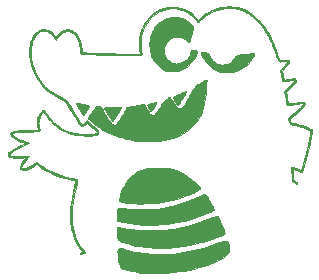
<source format=gbr>
G04 #@! TF.GenerationSoftware,KiCad,Pcbnew,5.1.4-e60b266~84~ubuntu18.04.1*
G04 #@! TF.CreationDate,2019-08-18T12:13:47-06:00*
G04 #@! TF.ProjectId,Tiny,54696e79-2e6b-4696-9361-645f70636258,rev?*
G04 #@! TF.SameCoordinates,Original*
G04 #@! TF.FileFunction,Soldermask,Top*
G04 #@! TF.FilePolarity,Negative*
%FSLAX46Y46*%
G04 Gerber Fmt 4.6, Leading zero omitted, Abs format (unit mm)*
G04 Created by KiCad (PCBNEW 5.1.4-e60b266~84~ubuntu18.04.1) date 2019-08-18 12:13:47*
%MOMM*%
%LPD*%
G04 APERTURE LIST*
%ADD10C,0.010000*%
G04 APERTURE END LIST*
D10*
G36*
X158813480Y-93885712D02*
G01*
X158881369Y-93924710D01*
X158937543Y-93997703D01*
X158952157Y-94024409D01*
X158980521Y-94099277D01*
X159006369Y-94203675D01*
X159027450Y-94324801D01*
X159041516Y-94449851D01*
X159046333Y-94560564D01*
X159042905Y-94655089D01*
X159029352Y-94729025D01*
X159000770Y-94803793D01*
X158981481Y-94843852D01*
X158888080Y-94988543D01*
X158754232Y-95131778D01*
X158581817Y-95272865D01*
X158372717Y-95411115D01*
X158128811Y-95545836D01*
X157851979Y-95676337D01*
X157544102Y-95801927D01*
X157207059Y-95921916D01*
X156842731Y-96035614D01*
X156452998Y-96142328D01*
X156039739Y-96241369D01*
X155604836Y-96332045D01*
X155150167Y-96413665D01*
X154677614Y-96485540D01*
X154421417Y-96519338D01*
X154095523Y-96556920D01*
X153779500Y-96586449D01*
X153461685Y-96608679D01*
X153130412Y-96624365D01*
X152774018Y-96634260D01*
X152601083Y-96637042D01*
X152409593Y-96639416D01*
X152253838Y-96640863D01*
X152127223Y-96641070D01*
X152023155Y-96639721D01*
X151935039Y-96636502D01*
X151856282Y-96631100D01*
X151780290Y-96623200D01*
X151700467Y-96612487D01*
X151610221Y-96598648D01*
X151532167Y-96586099D01*
X151243468Y-96537619D01*
X150976574Y-96489305D01*
X150734484Y-96441825D01*
X150520197Y-96395847D01*
X150336713Y-96352039D01*
X150187033Y-96311071D01*
X150074154Y-96273611D01*
X150014998Y-96247988D01*
X149911442Y-96177755D01*
X149828817Y-96082188D01*
X149764201Y-95956572D01*
X149714670Y-95796190D01*
X149703258Y-95745140D01*
X149674016Y-95591734D01*
X149647230Y-95426415D01*
X149624054Y-95258780D01*
X149605642Y-95098423D01*
X149593147Y-94954940D01*
X149587721Y-94837925D01*
X149588187Y-94787888D01*
X149592721Y-94700257D01*
X149600063Y-94643260D01*
X149613959Y-94605212D01*
X149638158Y-94574424D01*
X149664542Y-94549763D01*
X149707815Y-94514549D01*
X149747210Y-94495676D01*
X149793058Y-94492876D01*
X149855692Y-94505883D01*
X149945444Y-94534428D01*
X149967417Y-94541931D01*
X150182599Y-94608850D01*
X150433811Y-94674986D01*
X150714754Y-94739216D01*
X151019127Y-94800414D01*
X151340629Y-94857457D01*
X151672959Y-94909221D01*
X152009817Y-94954581D01*
X152344901Y-94992413D01*
X152643417Y-95019385D01*
X152814653Y-95028962D01*
X153017757Y-95033932D01*
X153242535Y-95034506D01*
X153478796Y-95030893D01*
X153716348Y-95023304D01*
X153944999Y-95011948D01*
X154154557Y-94997035D01*
X154273250Y-94985796D01*
X154707215Y-94933035D01*
X155145646Y-94867061D01*
X155582521Y-94789264D01*
X156011820Y-94701030D01*
X156427523Y-94603748D01*
X156823609Y-94498806D01*
X157194058Y-94387592D01*
X157532849Y-94271492D01*
X157765891Y-94180663D01*
X157961565Y-94102183D01*
X158147353Y-94032623D01*
X158318103Y-93973631D01*
X158468663Y-93926853D01*
X158593881Y-93893940D01*
X158688606Y-93876538D01*
X158723941Y-93874167D01*
X158813480Y-93885712D01*
X158813480Y-93885712D01*
G37*
X158813480Y-93885712D02*
X158881369Y-93924710D01*
X158937543Y-93997703D01*
X158952157Y-94024409D01*
X158980521Y-94099277D01*
X159006369Y-94203675D01*
X159027450Y-94324801D01*
X159041516Y-94449851D01*
X159046333Y-94560564D01*
X159042905Y-94655089D01*
X159029352Y-94729025D01*
X159000770Y-94803793D01*
X158981481Y-94843852D01*
X158888080Y-94988543D01*
X158754232Y-95131778D01*
X158581817Y-95272865D01*
X158372717Y-95411115D01*
X158128811Y-95545836D01*
X157851979Y-95676337D01*
X157544102Y-95801927D01*
X157207059Y-95921916D01*
X156842731Y-96035614D01*
X156452998Y-96142328D01*
X156039739Y-96241369D01*
X155604836Y-96332045D01*
X155150167Y-96413665D01*
X154677614Y-96485540D01*
X154421417Y-96519338D01*
X154095523Y-96556920D01*
X153779500Y-96586449D01*
X153461685Y-96608679D01*
X153130412Y-96624365D01*
X152774018Y-96634260D01*
X152601083Y-96637042D01*
X152409593Y-96639416D01*
X152253838Y-96640863D01*
X152127223Y-96641070D01*
X152023155Y-96639721D01*
X151935039Y-96636502D01*
X151856282Y-96631100D01*
X151780290Y-96623200D01*
X151700467Y-96612487D01*
X151610221Y-96598648D01*
X151532167Y-96586099D01*
X151243468Y-96537619D01*
X150976574Y-96489305D01*
X150734484Y-96441825D01*
X150520197Y-96395847D01*
X150336713Y-96352039D01*
X150187033Y-96311071D01*
X150074154Y-96273611D01*
X150014998Y-96247988D01*
X149911442Y-96177755D01*
X149828817Y-96082188D01*
X149764201Y-95956572D01*
X149714670Y-95796190D01*
X149703258Y-95745140D01*
X149674016Y-95591734D01*
X149647230Y-95426415D01*
X149624054Y-95258780D01*
X149605642Y-95098423D01*
X149593147Y-94954940D01*
X149587721Y-94837925D01*
X149588187Y-94787888D01*
X149592721Y-94700257D01*
X149600063Y-94643260D01*
X149613959Y-94605212D01*
X149638158Y-94574424D01*
X149664542Y-94549763D01*
X149707815Y-94514549D01*
X149747210Y-94495676D01*
X149793058Y-94492876D01*
X149855692Y-94505883D01*
X149945444Y-94534428D01*
X149967417Y-94541931D01*
X150182599Y-94608850D01*
X150433811Y-94674986D01*
X150714754Y-94739216D01*
X151019127Y-94800414D01*
X151340629Y-94857457D01*
X151672959Y-94909221D01*
X152009817Y-94954581D01*
X152344901Y-94992413D01*
X152643417Y-95019385D01*
X152814653Y-95028962D01*
X153017757Y-95033932D01*
X153242535Y-95034506D01*
X153478796Y-95030893D01*
X153716348Y-95023304D01*
X153944999Y-95011948D01*
X154154557Y-94997035D01*
X154273250Y-94985796D01*
X154707215Y-94933035D01*
X155145646Y-94867061D01*
X155582521Y-94789264D01*
X156011820Y-94701030D01*
X156427523Y-94603748D01*
X156823609Y-94498806D01*
X157194058Y-94387592D01*
X157532849Y-94271492D01*
X157765891Y-94180663D01*
X157961565Y-94102183D01*
X158147353Y-94032623D01*
X158318103Y-93973631D01*
X158468663Y-93926853D01*
X158593881Y-93893940D01*
X158688606Y-93876538D01*
X158723941Y-93874167D01*
X158813480Y-93885712D01*
G36*
X159352262Y-74055885D02*
G01*
X159691746Y-74104786D01*
X160020020Y-74186325D01*
X160332473Y-74300117D01*
X160624497Y-74445777D01*
X160834917Y-74581115D01*
X160997612Y-74704834D01*
X161173588Y-74850981D01*
X161350210Y-75008511D01*
X161514842Y-75166378D01*
X161577722Y-75230489D01*
X161747398Y-75415421D01*
X161905452Y-75605735D01*
X162053966Y-75805253D01*
X162195023Y-76017793D01*
X162330703Y-76247178D01*
X162463089Y-76497227D01*
X162594262Y-76771761D01*
X162726305Y-77074599D01*
X162861298Y-77409563D01*
X163001325Y-77780472D01*
X163069150Y-77967417D01*
X163131306Y-78139025D01*
X163181989Y-78274709D01*
X163223077Y-78378717D01*
X163256446Y-78455296D01*
X163283973Y-78508695D01*
X163307534Y-78543163D01*
X163329006Y-78562948D01*
X163333387Y-78565614D01*
X163372245Y-78573297D01*
X163435282Y-78572657D01*
X163476411Y-78568295D01*
X163571210Y-78558534D01*
X163680781Y-78553033D01*
X163793637Y-78551724D01*
X163898291Y-78554536D01*
X163983256Y-78561399D01*
X164035473Y-78571679D01*
X164090722Y-78604635D01*
X164127718Y-78647338D01*
X164142456Y-78683469D01*
X164140708Y-78718890D01*
X164120158Y-78768637D01*
X164104295Y-78799447D01*
X164072768Y-78846330D01*
X164017067Y-78916168D01*
X163943073Y-79002109D01*
X163856673Y-79097301D01*
X163771890Y-79186535D01*
X163491530Y-79474993D01*
X163582059Y-79864205D01*
X163672587Y-80253417D01*
X163746002Y-80246455D01*
X163793097Y-80240249D01*
X163872066Y-80227982D01*
X163973144Y-80211244D01*
X164086569Y-80191622D01*
X164126333Y-80184555D01*
X164276840Y-80158395D01*
X164391891Y-80140876D01*
X164477479Y-80132026D01*
X164539595Y-80131871D01*
X164584233Y-80140439D01*
X164617383Y-80157758D01*
X164645038Y-80183855D01*
X164647721Y-80186934D01*
X164687758Y-80263120D01*
X164697256Y-80352634D01*
X164674425Y-80437734D01*
X164673231Y-80440016D01*
X164639965Y-80493740D01*
X164592254Y-80554950D01*
X164526339Y-80627599D01*
X164438461Y-80715635D01*
X164324859Y-80823008D01*
X164200417Y-80936820D01*
X164103748Y-81024784D01*
X164018277Y-81103475D01*
X163948831Y-81168372D01*
X163900240Y-81214955D01*
X163877331Y-81238702D01*
X163876247Y-81240336D01*
X163876788Y-81266327D01*
X163882925Y-81326601D01*
X163893582Y-81413638D01*
X163907683Y-81519916D01*
X163924154Y-81637914D01*
X163941920Y-81760112D01*
X163959905Y-81878987D01*
X163977035Y-81987019D01*
X163992234Y-82076688D01*
X164004428Y-82140471D01*
X164005823Y-82146856D01*
X164031639Y-82262295D01*
X164147778Y-82257074D01*
X164205956Y-82251941D01*
X164296798Y-82240864D01*
X164411250Y-82225086D01*
X164540258Y-82205852D01*
X164666083Y-82185835D01*
X164872850Y-82153810D01*
X165041735Y-82132093D01*
X165175880Y-82120554D01*
X165278428Y-82119061D01*
X165352523Y-82127484D01*
X165401308Y-82145691D01*
X165413354Y-82154683D01*
X165455771Y-82207213D01*
X165471693Y-82266590D01*
X165459694Y-82335266D01*
X165418352Y-82415691D01*
X165346243Y-82510317D01*
X165241943Y-82621593D01*
X165104029Y-82751972D01*
X165025917Y-82821667D01*
X164922974Y-82910410D01*
X164799721Y-83013915D01*
X164669438Y-83121179D01*
X164545404Y-83221200D01*
X164506165Y-83252273D01*
X164409987Y-83329835D01*
X164324723Y-83402073D01*
X164256438Y-83463572D01*
X164211201Y-83508916D01*
X164196026Y-83529110D01*
X164184763Y-83589825D01*
X164189929Y-83669613D01*
X164208425Y-83749986D01*
X164237151Y-83812458D01*
X164245257Y-83822770D01*
X164282992Y-83850214D01*
X164350410Y-83880496D01*
X164450339Y-83914550D01*
X164585607Y-83953314D01*
X164759041Y-83997724D01*
X164814250Y-84011158D01*
X165008382Y-84062052D01*
X165218635Y-84124228D01*
X165431245Y-84193183D01*
X165632448Y-84264416D01*
X165808483Y-84333425D01*
X165838993Y-84346363D01*
X165927222Y-84386203D01*
X165983892Y-84417673D01*
X166017321Y-84446620D01*
X166035823Y-84478892D01*
X166038628Y-84486750D01*
X166047815Y-84552567D01*
X166045220Y-84656209D01*
X166031389Y-84795001D01*
X166006868Y-84966271D01*
X165972205Y-85167344D01*
X165927946Y-85395548D01*
X165874638Y-85648207D01*
X165812828Y-85922649D01*
X165743062Y-86216201D01*
X165665887Y-86526187D01*
X165581850Y-86849936D01*
X165491498Y-87184772D01*
X165473779Y-87249000D01*
X165417088Y-87453080D01*
X165370064Y-87620186D01*
X165331364Y-87754219D01*
X165299647Y-87859080D01*
X165273569Y-87938672D01*
X165251788Y-87996896D01*
X165232960Y-88037654D01*
X165215742Y-88064848D01*
X165198792Y-88082379D01*
X165183400Y-88092706D01*
X165155384Y-88105366D01*
X165127497Y-88106157D01*
X165090286Y-88091873D01*
X165034300Y-88059314D01*
X164977143Y-88022811D01*
X164823733Y-87931325D01*
X164681769Y-87861847D01*
X164558831Y-87817920D01*
X164519267Y-87808773D01*
X164441098Y-87794109D01*
X164454075Y-88214763D01*
X164459043Y-88379159D01*
X164463517Y-88506775D01*
X164468941Y-88603121D01*
X164476758Y-88673706D01*
X164488414Y-88724039D01*
X164505351Y-88759629D01*
X164529013Y-88785987D01*
X164560844Y-88808620D01*
X164602287Y-88833039D01*
X164618609Y-88842599D01*
X164703186Y-88892578D01*
X164757326Y-88926106D01*
X164786559Y-88949058D01*
X164796415Y-88967307D01*
X164792423Y-88986730D01*
X164780114Y-89013202D01*
X164779813Y-89013861D01*
X164766056Y-89041123D01*
X164750367Y-89055846D01*
X164726112Y-89056215D01*
X164686659Y-89040413D01*
X164625374Y-89006622D01*
X164535624Y-88953026D01*
X164517289Y-88941954D01*
X164343612Y-88837048D01*
X164329747Y-88376399D01*
X164324970Y-88229888D01*
X164319659Y-88087588D01*
X164314203Y-87958528D01*
X164308989Y-87851740D01*
X164304404Y-87776254D01*
X164303518Y-87764742D01*
X164291152Y-87613733D01*
X164468034Y-87654916D01*
X164701825Y-87727495D01*
X164926708Y-87831834D01*
X165021430Y-87888006D01*
X165077582Y-87921816D01*
X165117806Y-87941975D01*
X165131043Y-87944679D01*
X165142961Y-87917903D01*
X165163937Y-87854544D01*
X165192771Y-87759090D01*
X165228264Y-87636032D01*
X165269214Y-87489858D01*
X165314421Y-87325056D01*
X165362686Y-87146115D01*
X165412808Y-86957524D01*
X165463586Y-86763772D01*
X165513822Y-86569348D01*
X165562314Y-86378741D01*
X165607862Y-86196438D01*
X165649266Y-86026930D01*
X165685326Y-85874705D01*
X165690578Y-85852000D01*
X165741884Y-85623643D01*
X165787898Y-85407534D01*
X165827980Y-85207420D01*
X165861490Y-85027049D01*
X165887789Y-84870166D01*
X165906237Y-84740518D01*
X165916194Y-84641852D01*
X165917020Y-84577915D01*
X165911869Y-84555903D01*
X165885327Y-84543478D01*
X165849157Y-84539667D01*
X165797847Y-84524212D01*
X165747073Y-84486343D01*
X165745922Y-84485115D01*
X165692695Y-84445976D01*
X165601054Y-84400383D01*
X165474237Y-84349438D01*
X165315483Y-84294245D01*
X165128031Y-84235910D01*
X164915119Y-84175535D01*
X164679986Y-84114224D01*
X164599220Y-84094256D01*
X164438728Y-84052208D01*
X164314871Y-84011542D01*
X164222296Y-83968257D01*
X164155650Y-83918349D01*
X164109577Y-83857816D01*
X164078725Y-83782655D01*
X164057852Y-83689522D01*
X164047880Y-83610868D01*
X164050233Y-83544403D01*
X164068718Y-83484051D01*
X164107145Y-83423732D01*
X164169325Y-83357371D01*
X164259065Y-83278889D01*
X164371659Y-83188865D01*
X164556991Y-83041213D01*
X164729037Y-82898931D01*
X164885034Y-82764620D01*
X165022223Y-82640882D01*
X165137842Y-82530320D01*
X165229130Y-82435535D01*
X165293326Y-82359130D01*
X165327669Y-82303708D01*
X165332833Y-82282985D01*
X165315623Y-82264027D01*
X165263191Y-82255126D01*
X165174337Y-82256343D01*
X165047859Y-82267742D01*
X164882556Y-82289388D01*
X164711085Y-82315815D01*
X164512774Y-82347352D01*
X164351886Y-82371259D01*
X164224218Y-82387622D01*
X164125569Y-82396527D01*
X164051737Y-82398060D01*
X163998520Y-82392307D01*
X163961716Y-82379353D01*
X163937124Y-82359285D01*
X163920541Y-82332189D01*
X163920451Y-82331992D01*
X163899428Y-82268781D01*
X163875021Y-82164390D01*
X163847418Y-82019823D01*
X163816807Y-81836082D01*
X163783376Y-81614169D01*
X163776433Y-81565750D01*
X163722212Y-81184750D01*
X163783741Y-81131833D01*
X163819193Y-81100575D01*
X163879549Y-81046535D01*
X163958436Y-80975454D01*
X164049478Y-80893076D01*
X164132980Y-80817258D01*
X164283535Y-80677282D01*
X164401209Y-80560739D01*
X164487225Y-80465977D01*
X164542802Y-80391343D01*
X164569162Y-80335187D01*
X164567526Y-80295857D01*
X164539115Y-80271699D01*
X164536877Y-80270808D01*
X164503758Y-80269382D01*
X164438458Y-80275069D01*
X164350333Y-80286800D01*
X164248738Y-80303509D01*
X164245836Y-80304030D01*
X164042797Y-80339200D01*
X163873511Y-80365646D01*
X163739518Y-80383191D01*
X163642358Y-80391656D01*
X163583573Y-80390864D01*
X163564898Y-80382691D01*
X163558129Y-80356073D01*
X163543272Y-80294404D01*
X163521792Y-80203875D01*
X163495155Y-80090674D01*
X163464824Y-79960994D01*
X163448641Y-79891517D01*
X163339843Y-79423784D01*
X163585188Y-79184044D01*
X163696846Y-79072374D01*
X163795702Y-78968530D01*
X163878364Y-78876481D01*
X163941441Y-78800201D01*
X163981540Y-78743661D01*
X163995270Y-78710833D01*
X163993487Y-78705932D01*
X163954544Y-78690394D01*
X163880399Y-78682214D01*
X163777561Y-78681520D01*
X163652540Y-78688444D01*
X163560912Y-78697264D01*
X163455681Y-78708509D01*
X163383529Y-78714164D01*
X163335519Y-78713824D01*
X163302716Y-78707082D01*
X163276182Y-78693533D01*
X163261923Y-78683682D01*
X163226233Y-78649647D01*
X163187952Y-78595623D01*
X163145498Y-78518186D01*
X163097289Y-78413911D01*
X163041742Y-78279371D01*
X162977274Y-78111143D01*
X162902303Y-77905801D01*
X162901627Y-77903917D01*
X162821216Y-77681382D01*
X162751223Y-77491794D01*
X162688698Y-77327933D01*
X162630691Y-77182578D01*
X162574250Y-77048508D01*
X162516426Y-76918504D01*
X162454268Y-76785346D01*
X162391324Y-76655083D01*
X162195457Y-76284100D01*
X161986506Y-75947835D01*
X161759227Y-75639408D01*
X161508375Y-75351934D01*
X161228704Y-75078532D01*
X161109775Y-74973447D01*
X160952032Y-74841218D01*
X160813872Y-74733776D01*
X160686193Y-74644772D01*
X160559896Y-74567856D01*
X160428132Y-74497803D01*
X160103502Y-74358503D01*
X159766148Y-74257746D01*
X159420036Y-74195171D01*
X159069130Y-74170417D01*
X158717398Y-74183122D01*
X158368805Y-74232927D01*
X158027316Y-74319468D01*
X157696898Y-74442386D01*
X157381516Y-74601319D01*
X157085136Y-74795905D01*
X157075445Y-74803140D01*
X157012433Y-74853455D01*
X156927914Y-74925297D01*
X156830862Y-75010819D01*
X156730249Y-75102171D01*
X156678750Y-75150080D01*
X156591795Y-75231020D01*
X156515446Y-75300720D01*
X156455032Y-75354423D01*
X156415881Y-75387376D01*
X156403583Y-75395617D01*
X156385723Y-75380412D01*
X156345496Y-75338522D01*
X156287995Y-75275482D01*
X156218314Y-75196826D01*
X156178250Y-75150773D01*
X156035017Y-74990644D01*
X155905658Y-74858879D01*
X155781867Y-74747787D01*
X155655338Y-74649674D01*
X155582698Y-74599213D01*
X155320075Y-74448163D01*
X155040111Y-74334209D01*
X154746198Y-74257537D01*
X154441728Y-74218334D01*
X154130091Y-74216787D01*
X153814680Y-74253081D01*
X153498886Y-74327405D01*
X153186100Y-74439945D01*
X153130467Y-74464236D01*
X152896193Y-74590863D01*
X152669537Y-74755121D01*
X152453873Y-74952520D01*
X152252577Y-75178572D01*
X152069025Y-75428786D01*
X151906591Y-75698673D01*
X151768652Y-75983744D01*
X151658584Y-76279509D01*
X151596715Y-76504098D01*
X151573564Y-76637533D01*
X151557425Y-76802772D01*
X151548206Y-76989887D01*
X151545813Y-77188950D01*
X151550152Y-77390031D01*
X151561129Y-77583203D01*
X151578651Y-77758537D01*
X151602624Y-77906105D01*
X151610269Y-77940223D01*
X151646284Y-78089436D01*
X151598896Y-78127808D01*
X151548813Y-78154497D01*
X151479208Y-78176021D01*
X151451879Y-78181204D01*
X151408279Y-78184207D01*
X151326374Y-78186276D01*
X151210183Y-78187459D01*
X151063723Y-78187801D01*
X150891013Y-78187349D01*
X150696070Y-78186150D01*
X150482911Y-78184250D01*
X150255555Y-78181696D01*
X150018020Y-78178535D01*
X149774323Y-78174812D01*
X149528482Y-78170575D01*
X149284516Y-78165871D01*
X149046440Y-78160745D01*
X148818275Y-78155244D01*
X148604036Y-78149415D01*
X148537083Y-78147427D01*
X148382671Y-78142460D01*
X148210828Y-78136448D01*
X148026144Y-78129595D01*
X147833210Y-78122101D01*
X147636615Y-78114167D01*
X147440949Y-78105996D01*
X147250802Y-78097789D01*
X147070765Y-78089747D01*
X146905426Y-78082072D01*
X146759377Y-78074966D01*
X146637207Y-78068629D01*
X146543506Y-78063264D01*
X146482863Y-78059072D01*
X146459870Y-78056255D01*
X146459837Y-78056226D01*
X146456193Y-78034837D01*
X146448993Y-77978738D01*
X146439125Y-77895316D01*
X146427476Y-77791959D01*
X146421195Y-77734511D01*
X146390640Y-77494002D01*
X146354025Y-77286606D01*
X146309487Y-77103314D01*
X146256814Y-76939645D01*
X146166006Y-76731584D01*
X146055189Y-76548351D01*
X145927696Y-76393287D01*
X145786859Y-76269733D01*
X145636012Y-76181029D01*
X145478487Y-76130517D01*
X145443995Y-76124957D01*
X145327768Y-76124467D01*
X145195579Y-76147752D01*
X145063584Y-76191011D01*
X144971022Y-76236251D01*
X144875176Y-76303362D01*
X144764919Y-76399407D01*
X144647798Y-76517127D01*
X144531359Y-76649260D01*
X144494250Y-76694940D01*
X144438476Y-76763495D01*
X144392154Y-76817489D01*
X144361665Y-76849637D01*
X144353688Y-76855408D01*
X144337052Y-76839296D01*
X144302230Y-76795004D01*
X144254535Y-76729563D01*
X144206345Y-76660375D01*
X144084631Y-76495104D01*
X143968359Y-76366292D01*
X143851716Y-76269584D01*
X143728890Y-76200630D01*
X143594068Y-76155078D01*
X143508177Y-76137681D01*
X143376814Y-76120519D01*
X143267595Y-76117226D01*
X143162648Y-76127859D01*
X143103583Y-76138962D01*
X143055312Y-76151116D01*
X143013225Y-76168510D01*
X142969797Y-76196589D01*
X142917504Y-76240796D01*
X142848821Y-76306575D01*
X142788200Y-76367124D01*
X142698698Y-76459331D01*
X142631997Y-76534887D01*
X142579488Y-76605522D01*
X142532564Y-76682970D01*
X142482617Y-76778962D01*
X142475516Y-76793287D01*
X142382958Y-77003502D01*
X142316511Y-77210863D01*
X142273021Y-77428314D01*
X142249337Y-77668794D01*
X142246103Y-77734989D01*
X142251023Y-78108661D01*
X142294212Y-78486527D01*
X142373598Y-78863743D01*
X142487111Y-79235464D01*
X142632679Y-79596844D01*
X142808231Y-79943038D01*
X143011695Y-80269201D01*
X143241002Y-80570487D01*
X143494078Y-80842053D01*
X143625787Y-80962500D01*
X143816225Y-81119785D01*
X144010034Y-81263797D01*
X144214924Y-81399379D01*
X144438604Y-81531378D01*
X144688782Y-81664636D01*
X144938750Y-81787638D01*
X145256250Y-81939123D01*
X145700750Y-82680955D01*
X145857461Y-82940865D01*
X146004934Y-83182214D01*
X146141262Y-83401984D01*
X146264538Y-83597157D01*
X146372853Y-83764715D01*
X146464301Y-83901639D01*
X146536973Y-84004913D01*
X146541032Y-84010431D01*
X146567955Y-84042218D01*
X146592353Y-84046139D01*
X146632581Y-84024453D01*
X146636282Y-84022148D01*
X146676898Y-83990276D01*
X146735655Y-83936124D01*
X146802595Y-83869075D01*
X146833823Y-83836022D01*
X146972062Y-83686883D01*
X147225406Y-83914184D01*
X147331210Y-84007200D01*
X147445200Y-84104230D01*
X147555403Y-84195272D01*
X147649847Y-84270324D01*
X147671663Y-84286980D01*
X147776867Y-84369230D01*
X147851507Y-84436162D01*
X147901008Y-84494754D01*
X147930792Y-84551982D01*
X147946282Y-84614824D01*
X147949860Y-84644892D01*
X147949627Y-84721474D01*
X147927733Y-84783745D01*
X147908471Y-84814833D01*
X147872052Y-84859853D01*
X147827055Y-84896694D01*
X147769411Y-84925992D01*
X147695047Y-84948382D01*
X147599891Y-84964500D01*
X147479872Y-84974981D01*
X147330919Y-84980461D01*
X147148959Y-84981575D01*
X146929922Y-84978959D01*
X146864917Y-84977716D01*
X146590442Y-84969754D01*
X146351369Y-84957078D01*
X146140917Y-84938585D01*
X145952310Y-84913174D01*
X145778769Y-84879745D01*
X145613515Y-84837196D01*
X145449770Y-84784427D01*
X145280967Y-84720421D01*
X145027918Y-84609056D01*
X144794656Y-84485581D01*
X144576143Y-84345879D01*
X144367346Y-84185835D01*
X144163228Y-84001335D01*
X143958754Y-83788264D01*
X143748888Y-83542506D01*
X143585262Y-83334707D01*
X143509149Y-83236244D01*
X143438756Y-83147122D01*
X143379377Y-83073897D01*
X143336307Y-83023129D01*
X143318187Y-83003996D01*
X143272500Y-82962750D01*
X143199093Y-83047417D01*
X143123887Y-83153860D01*
X143052637Y-83290400D01*
X142989782Y-83444800D01*
X142939756Y-83604826D01*
X142906997Y-83758242D01*
X142895919Y-83883500D01*
X142899925Y-83940411D01*
X142911257Y-84027400D01*
X142928237Y-84133178D01*
X142949186Y-84246458D01*
X142951975Y-84260457D01*
X142974505Y-84375414D01*
X142988457Y-84456179D01*
X142994406Y-84509894D01*
X142992925Y-84543699D01*
X142984588Y-84564735D01*
X142977143Y-84573595D01*
X142934047Y-84594455D01*
X142851260Y-84612069D01*
X142731315Y-84626209D01*
X142576748Y-84636642D01*
X142390093Y-84643139D01*
X142187083Y-84645451D01*
X141904968Y-84649245D01*
X141632287Y-84659247D01*
X141375562Y-84674970D01*
X141141316Y-84695925D01*
X140936072Y-84721622D01*
X140766353Y-84751573D01*
X140763625Y-84752157D01*
X140698035Y-84768859D01*
X140664511Y-84786828D01*
X140653106Y-84812549D01*
X140652500Y-84824618D01*
X140671284Y-84880002D01*
X140724459Y-84947548D01*
X140807258Y-85023329D01*
X140914916Y-85103419D01*
X141042666Y-85183890D01*
X141176065Y-85255998D01*
X141311175Y-85317047D01*
X141476964Y-85381285D01*
X141662391Y-85444708D01*
X141856417Y-85503316D01*
X141864292Y-85505529D01*
X141950583Y-85530977D01*
X142019158Y-85553618D01*
X142061392Y-85570462D01*
X142070667Y-85577140D01*
X142052873Y-85590817D01*
X142003168Y-85621123D01*
X141927065Y-85664904D01*
X141830079Y-85719002D01*
X141717724Y-85780264D01*
X141684375Y-85798210D01*
X141428469Y-85935923D01*
X141207816Y-86055615D01*
X141020063Y-86158706D01*
X140862857Y-86246616D01*
X140733844Y-86320764D01*
X140630672Y-86382570D01*
X140550988Y-86433452D01*
X140492437Y-86474831D01*
X140452668Y-86508125D01*
X140429327Y-86534755D01*
X140420061Y-86556138D01*
X140419667Y-86561088D01*
X140439663Y-86602877D01*
X140495081Y-86642942D01*
X140579057Y-86677449D01*
X140667538Y-86699507D01*
X140730943Y-86708452D01*
X140813847Y-86714493D01*
X140921085Y-86717723D01*
X141057493Y-86718236D01*
X141227907Y-86716125D01*
X141371583Y-86713099D01*
X141525536Y-86708977D01*
X141668934Y-86704243D01*
X141795292Y-86699182D01*
X141898123Y-86694079D01*
X141970941Y-86689218D01*
X142005427Y-86685291D01*
X142053099Y-86678760D01*
X142068780Y-86687320D01*
X142065924Y-86701663D01*
X142050564Y-86727403D01*
X142014260Y-86782040D01*
X141960778Y-86860098D01*
X141893885Y-86956100D01*
X141817347Y-87064570D01*
X141786386Y-87108105D01*
X141675547Y-87264533D01*
X141588326Y-87390641D01*
X141523130Y-87490117D01*
X141478367Y-87566651D01*
X141452444Y-87623930D01*
X141443770Y-87665643D01*
X141450751Y-87695479D01*
X141471796Y-87717126D01*
X141505312Y-87734273D01*
X141514499Y-87737923D01*
X141607642Y-87754050D01*
X141726674Y-87743279D01*
X141866502Y-87707564D01*
X142022034Y-87648859D01*
X142188179Y-87569116D01*
X142359845Y-87470288D01*
X142531939Y-87354329D01*
X142551082Y-87340313D01*
X142620905Y-87290234D01*
X142678544Y-87251627D01*
X142715189Y-87230273D01*
X142722430Y-87227833D01*
X142745532Y-87239925D01*
X142795362Y-87273027D01*
X142865062Y-87322380D01*
X142947775Y-87383223D01*
X142966221Y-87397062D01*
X143168353Y-87545310D01*
X143352425Y-87671038D01*
X143530341Y-87781635D01*
X143714003Y-87884487D01*
X143915315Y-87986979D01*
X143922750Y-87990613D01*
X144357851Y-88185756D01*
X144790988Y-88344299D01*
X145233177Y-88469934D01*
X145573750Y-88544090D01*
X145755618Y-88578834D01*
X145899749Y-88607886D01*
X146009769Y-88634578D01*
X146089302Y-88662241D01*
X146141972Y-88694205D01*
X146171405Y-88733801D01*
X146181225Y-88784361D01*
X146175056Y-88849214D01*
X146156524Y-88931693D01*
X146129252Y-89035127D01*
X146125124Y-89050777D01*
X146082671Y-89222303D01*
X146036185Y-89427605D01*
X145987229Y-89658499D01*
X145937369Y-89906801D01*
X145888166Y-90164324D01*
X145841186Y-90422885D01*
X145797992Y-90674298D01*
X145760149Y-90910379D01*
X145729280Y-91122500D01*
X145718199Y-91234158D01*
X145710091Y-91377881D01*
X145704949Y-91543792D01*
X145702772Y-91722017D01*
X145703553Y-91902677D01*
X145707290Y-92075898D01*
X145713978Y-92231803D01*
X145723613Y-92360515D01*
X145729820Y-92413667D01*
X145793806Y-92789915D01*
X145877767Y-93135289D01*
X145983847Y-93457309D01*
X146114188Y-93763495D01*
X146115243Y-93765709D01*
X146235765Y-93999878D01*
X146365037Y-94211313D01*
X146513365Y-94415800D01*
X146641823Y-94572360D01*
X146727309Y-94675387D01*
X146785548Y-94754088D01*
X146819557Y-94813744D01*
X146832347Y-94859636D01*
X146827023Y-94896813D01*
X146804180Y-94912971D01*
X146752197Y-94936042D01*
X146682824Y-94961978D01*
X146607810Y-94986733D01*
X146538907Y-95006258D01*
X146487863Y-95016506D01*
X146477629Y-95017167D01*
X146456899Y-94999387D01*
X146444341Y-94969542D01*
X146434165Y-94926909D01*
X146431289Y-94908792D01*
X146449616Y-94896256D01*
X146496690Y-94878826D01*
X146531542Y-94868630D01*
X146594032Y-94849641D01*
X146639165Y-94831956D01*
X146650518Y-94825220D01*
X146644990Y-94803724D01*
X146615910Y-94757947D01*
X146568195Y-94694937D01*
X146516182Y-94632548D01*
X146285726Y-94336125D01*
X146086989Y-94014937D01*
X145919420Y-93667723D01*
X145782467Y-93293224D01*
X145675580Y-92890179D01*
X145615453Y-92572417D01*
X145598274Y-92435266D01*
X145584565Y-92266591D01*
X145574590Y-92077077D01*
X145568616Y-91877412D01*
X145566910Y-91678282D01*
X145569735Y-91490374D01*
X145577360Y-91324376D01*
X145582708Y-91256628D01*
X145600597Y-91096612D01*
X145627222Y-90902813D01*
X145661243Y-90682565D01*
X145701319Y-90443202D01*
X145746109Y-90192057D01*
X145794273Y-89936464D01*
X145844470Y-89683757D01*
X145895360Y-89441269D01*
X145945601Y-89216334D01*
X145987958Y-89039759D01*
X146011393Y-88942620D01*
X146029435Y-88861444D01*
X146040376Y-88804411D01*
X146042506Y-88779704D01*
X146042324Y-88779435D01*
X146019536Y-88772812D01*
X145962780Y-88760449D01*
X145879785Y-88743921D01*
X145778279Y-88724802D01*
X145740286Y-88717877D01*
X145210159Y-88604035D01*
X144708258Y-88459172D01*
X144233701Y-88283002D01*
X143849381Y-88107540D01*
X143651584Y-88005963D01*
X143478450Y-87909891D01*
X143317071Y-87811321D01*
X143154543Y-87702250D01*
X142977959Y-87574677D01*
X142919397Y-87530911D01*
X142843934Y-87475606D01*
X142780021Y-87431442D01*
X142735683Y-87403806D01*
X142720237Y-87397167D01*
X142693311Y-87409080D01*
X142644325Y-87440128D01*
X142591173Y-87478213D01*
X142395953Y-87610701D01*
X142194851Y-87720569D01*
X141995804Y-87804306D01*
X141806746Y-87858399D01*
X141692033Y-87876088D01*
X141552326Y-87877048D01*
X141442810Y-87851792D01*
X141364882Y-87801148D01*
X141319937Y-87725945D01*
X141308666Y-87648541D01*
X141316219Y-87606019D01*
X141340035Y-87546952D01*
X141381855Y-87468459D01*
X141443415Y-87367659D01*
X141526457Y-87241671D01*
X141632718Y-87087616D01*
X141731711Y-86947696D01*
X141768537Y-86892833D01*
X141790776Y-86853277D01*
X141794057Y-86839607D01*
X141770779Y-86838099D01*
X141713137Y-86839360D01*
X141628987Y-86843086D01*
X141526186Y-86848973D01*
X141488583Y-86851400D01*
X141246891Y-86862379D01*
X141025180Y-86862355D01*
X140827541Y-86851711D01*
X140658065Y-86830832D01*
X140520841Y-86800101D01*
X140419960Y-86759903D01*
X140402467Y-86749448D01*
X140336325Y-86696619D01*
X140302782Y-86639641D01*
X140293340Y-86567111D01*
X140295591Y-86527317D01*
X140305071Y-86489897D01*
X140324799Y-86452667D01*
X140357793Y-86413446D01*
X140407072Y-86370051D01*
X140475654Y-86320301D01*
X140566559Y-86262011D01*
X140682805Y-86193002D01*
X140827411Y-86111089D01*
X141003395Y-86014091D01*
X141213775Y-85899825D01*
X141224000Y-85894296D01*
X141353903Y-85823812D01*
X141471549Y-85759504D01*
X141571779Y-85704233D01*
X141649433Y-85660856D01*
X141699349Y-85632233D01*
X141716119Y-85621636D01*
X141705004Y-85609210D01*
X141661486Y-85589489D01*
X141594055Y-85566122D01*
X141569833Y-85558770D01*
X141434514Y-85512272D01*
X141280500Y-85448612D01*
X141122400Y-85374655D01*
X140974820Y-85297264D01*
X140852366Y-85223305D01*
X140843984Y-85217668D01*
X140712954Y-85118223D01*
X140613029Y-85020363D01*
X140545351Y-84926951D01*
X140511064Y-84840850D01*
X140511309Y-84764924D01*
X140547229Y-84702035D01*
X140619549Y-84655221D01*
X140714648Y-84625651D01*
X140851313Y-84598898D01*
X141028868Y-84575021D01*
X141246636Y-84554082D01*
X141503939Y-84536143D01*
X141800101Y-84521266D01*
X142134445Y-84509511D01*
X142263653Y-84506065D01*
X142411910Y-84501821D01*
X142546784Y-84496829D01*
X142662304Y-84491402D01*
X142752504Y-84485851D01*
X142811415Y-84480489D01*
X142832423Y-84476317D01*
X142843189Y-84459463D01*
X142844431Y-84423219D01*
X142835568Y-84360628D01*
X142816024Y-84264733D01*
X142814061Y-84255780D01*
X142776729Y-84015448D01*
X142775168Y-83788220D01*
X142810364Y-83565994D01*
X142883305Y-83340668D01*
X142941441Y-83209206D01*
X143008911Y-83087324D01*
X143084445Y-82981605D01*
X143162038Y-82898936D01*
X143235684Y-82846203D01*
X143269406Y-82833150D01*
X143303786Y-82829093D01*
X143335854Y-82840344D01*
X143375451Y-82872809D01*
X143429531Y-82929253D01*
X143480547Y-82987760D01*
X143548747Y-83070216D01*
X143626030Y-83166624D01*
X143704289Y-83266984D01*
X143721550Y-83289543D01*
X143946752Y-83570338D01*
X144166978Y-83813704D01*
X144386872Y-84023437D01*
X144611075Y-84203335D01*
X144844230Y-84357196D01*
X145090977Y-84488815D01*
X145298583Y-84579570D01*
X145476126Y-84647225D01*
X145643148Y-84702832D01*
X145806490Y-84747452D01*
X145972994Y-84782148D01*
X146149502Y-84807981D01*
X146342853Y-84826014D01*
X146559891Y-84837308D01*
X146807456Y-84842924D01*
X147002500Y-84844047D01*
X147201071Y-84843607D01*
X147361798Y-84841609D01*
X147489163Y-84837404D01*
X147587644Y-84830343D01*
X147661722Y-84819776D01*
X147715878Y-84805054D01*
X147754592Y-84785527D01*
X147782343Y-84760546D01*
X147803612Y-84729461D01*
X147804561Y-84727780D01*
X147822700Y-84675551D01*
X147815545Y-84622375D01*
X147780208Y-84563801D01*
X147713802Y-84495380D01*
X147613441Y-84412662D01*
X147587039Y-84392498D01*
X147490151Y-84316823D01*
X147377604Y-84225171D01*
X147264841Y-84130283D01*
X147185378Y-84061073D01*
X146976673Y-83875526D01*
X146889045Y-83973631D01*
X146782168Y-84078868D01*
X146683926Y-84146354D01*
X146595808Y-84175554D01*
X146519305Y-84165932D01*
X146464220Y-84126502D01*
X146419399Y-84071129D01*
X146354843Y-83980824D01*
X146271748Y-83857453D01*
X146171308Y-83702882D01*
X146054719Y-83518978D01*
X145923175Y-83307605D01*
X145777871Y-83070631D01*
X145620002Y-82809921D01*
X145603330Y-82782219D01*
X145157470Y-82040925D01*
X144813100Y-81875198D01*
X144447651Y-81688540D01*
X144120371Y-81497755D01*
X143827102Y-81299455D01*
X143563687Y-81090250D01*
X143325967Y-80866753D01*
X143109786Y-80625575D01*
X142910985Y-80363327D01*
X142852074Y-80276980D01*
X142663865Y-79964070D01*
X142499804Y-79629354D01*
X142361697Y-79279336D01*
X142251348Y-78920519D01*
X142170563Y-78559405D01*
X142121147Y-78202497D01*
X142104905Y-77856299D01*
X142114548Y-77619979D01*
X142154905Y-77313233D01*
X142224780Y-77034924D01*
X142325616Y-76781802D01*
X142458860Y-76550615D01*
X142625957Y-76338115D01*
X142733928Y-76226956D01*
X142840027Y-76130797D01*
X142932926Y-76063189D01*
X143023925Y-76020003D01*
X143124322Y-75997109D01*
X143245417Y-75990380D01*
X143370922Y-75994174D01*
X143569866Y-76015153D01*
X143739390Y-76058539D01*
X143887545Y-76128648D01*
X144022379Y-76229798D01*
X144151944Y-76366309D01*
X144215976Y-76447455D01*
X144361036Y-76640510D01*
X144482768Y-76499071D01*
X144620509Y-76349217D01*
X144749668Y-76231477D01*
X144878378Y-76139075D01*
X144987485Y-76078347D01*
X145063822Y-76041812D01*
X145123413Y-76018628D01*
X145180492Y-76005769D01*
X145249296Y-76000210D01*
X145344062Y-75998927D01*
X145361336Y-75998917D01*
X145462199Y-75999938D01*
X145534735Y-76004866D01*
X145592936Y-76016497D01*
X145650793Y-76037626D01*
X145722287Y-76071043D01*
X145894238Y-76178245D01*
X146049575Y-76323259D01*
X146186617Y-76504286D01*
X146277907Y-76665667D01*
X146335642Y-76787476D01*
X146384150Y-76904856D01*
X146425149Y-77024714D01*
X146460355Y-77153957D01*
X146491482Y-77299490D01*
X146520249Y-77468222D01*
X146548370Y-77667059D01*
X146570390Y-77842750D01*
X146580873Y-77929749D01*
X146807561Y-77943273D01*
X146973828Y-77952400D01*
X147167711Y-77961675D01*
X147385662Y-77971012D01*
X147624132Y-77980326D01*
X147879573Y-77989531D01*
X148148435Y-77998541D01*
X148427171Y-78007271D01*
X148712231Y-78015634D01*
X149000067Y-78023546D01*
X149287130Y-78030920D01*
X149569872Y-78037671D01*
X149844743Y-78043712D01*
X150108196Y-78048959D01*
X150356682Y-78053326D01*
X150586652Y-78056727D01*
X150794557Y-78059076D01*
X150976848Y-78060288D01*
X151129978Y-78060276D01*
X151250397Y-78058956D01*
X151334557Y-78056241D01*
X151370130Y-78053449D01*
X151438881Y-78043435D01*
X151474237Y-78032302D01*
X151484974Y-78015205D01*
X151481226Y-77992101D01*
X151461038Y-77893329D01*
X151444155Y-77760935D01*
X151430810Y-77603519D01*
X151421234Y-77429679D01*
X151415659Y-77248016D01*
X151414316Y-77067129D01*
X151417436Y-76895618D01*
X151425251Y-76742081D01*
X151437993Y-76615119D01*
X151443236Y-76581000D01*
X151475328Y-76435460D01*
X151524077Y-76266721D01*
X151584840Y-76088169D01*
X151652972Y-75913188D01*
X151723829Y-75755164D01*
X151743224Y-75716364D01*
X151931574Y-75388953D01*
X152141700Y-75097131D01*
X152372969Y-74841306D01*
X152624747Y-74621886D01*
X152896401Y-74439280D01*
X153187297Y-74293896D01*
X153496801Y-74186141D01*
X153824279Y-74116426D01*
X154169098Y-74085156D01*
X154277989Y-74083333D01*
X154608726Y-74102290D01*
X154921860Y-74159484D01*
X155218944Y-74255400D01*
X155501530Y-74390522D01*
X155733750Y-74538175D01*
X155863253Y-74640493D01*
X156008006Y-74772596D01*
X156161287Y-74928086D01*
X156277810Y-75056211D01*
X156416724Y-75214172D01*
X156632301Y-75009194D01*
X156864039Y-74801628D01*
X157088769Y-74627774D01*
X157314865Y-74481903D01*
X157550703Y-74358287D01*
X157648062Y-74314471D01*
X157974439Y-74194390D01*
X158312657Y-74108876D01*
X158658108Y-74057545D01*
X159006180Y-74040010D01*
X159352262Y-74055885D01*
X159352262Y-74055885D01*
G37*
X159352262Y-74055885D02*
X159691746Y-74104786D01*
X160020020Y-74186325D01*
X160332473Y-74300117D01*
X160624497Y-74445777D01*
X160834917Y-74581115D01*
X160997612Y-74704834D01*
X161173588Y-74850981D01*
X161350210Y-75008511D01*
X161514842Y-75166378D01*
X161577722Y-75230489D01*
X161747398Y-75415421D01*
X161905452Y-75605735D01*
X162053966Y-75805253D01*
X162195023Y-76017793D01*
X162330703Y-76247178D01*
X162463089Y-76497227D01*
X162594262Y-76771761D01*
X162726305Y-77074599D01*
X162861298Y-77409563D01*
X163001325Y-77780472D01*
X163069150Y-77967417D01*
X163131306Y-78139025D01*
X163181989Y-78274709D01*
X163223077Y-78378717D01*
X163256446Y-78455296D01*
X163283973Y-78508695D01*
X163307534Y-78543163D01*
X163329006Y-78562948D01*
X163333387Y-78565614D01*
X163372245Y-78573297D01*
X163435282Y-78572657D01*
X163476411Y-78568295D01*
X163571210Y-78558534D01*
X163680781Y-78553033D01*
X163793637Y-78551724D01*
X163898291Y-78554536D01*
X163983256Y-78561399D01*
X164035473Y-78571679D01*
X164090722Y-78604635D01*
X164127718Y-78647338D01*
X164142456Y-78683469D01*
X164140708Y-78718890D01*
X164120158Y-78768637D01*
X164104295Y-78799447D01*
X164072768Y-78846330D01*
X164017067Y-78916168D01*
X163943073Y-79002109D01*
X163856673Y-79097301D01*
X163771890Y-79186535D01*
X163491530Y-79474993D01*
X163582059Y-79864205D01*
X163672587Y-80253417D01*
X163746002Y-80246455D01*
X163793097Y-80240249D01*
X163872066Y-80227982D01*
X163973144Y-80211244D01*
X164086569Y-80191622D01*
X164126333Y-80184555D01*
X164276840Y-80158395D01*
X164391891Y-80140876D01*
X164477479Y-80132026D01*
X164539595Y-80131871D01*
X164584233Y-80140439D01*
X164617383Y-80157758D01*
X164645038Y-80183855D01*
X164647721Y-80186934D01*
X164687758Y-80263120D01*
X164697256Y-80352634D01*
X164674425Y-80437734D01*
X164673231Y-80440016D01*
X164639965Y-80493740D01*
X164592254Y-80554950D01*
X164526339Y-80627599D01*
X164438461Y-80715635D01*
X164324859Y-80823008D01*
X164200417Y-80936820D01*
X164103748Y-81024784D01*
X164018277Y-81103475D01*
X163948831Y-81168372D01*
X163900240Y-81214955D01*
X163877331Y-81238702D01*
X163876247Y-81240336D01*
X163876788Y-81266327D01*
X163882925Y-81326601D01*
X163893582Y-81413638D01*
X163907683Y-81519916D01*
X163924154Y-81637914D01*
X163941920Y-81760112D01*
X163959905Y-81878987D01*
X163977035Y-81987019D01*
X163992234Y-82076688D01*
X164004428Y-82140471D01*
X164005823Y-82146856D01*
X164031639Y-82262295D01*
X164147778Y-82257074D01*
X164205956Y-82251941D01*
X164296798Y-82240864D01*
X164411250Y-82225086D01*
X164540258Y-82205852D01*
X164666083Y-82185835D01*
X164872850Y-82153810D01*
X165041735Y-82132093D01*
X165175880Y-82120554D01*
X165278428Y-82119061D01*
X165352523Y-82127484D01*
X165401308Y-82145691D01*
X165413354Y-82154683D01*
X165455771Y-82207213D01*
X165471693Y-82266590D01*
X165459694Y-82335266D01*
X165418352Y-82415691D01*
X165346243Y-82510317D01*
X165241943Y-82621593D01*
X165104029Y-82751972D01*
X165025917Y-82821667D01*
X164922974Y-82910410D01*
X164799721Y-83013915D01*
X164669438Y-83121179D01*
X164545404Y-83221200D01*
X164506165Y-83252273D01*
X164409987Y-83329835D01*
X164324723Y-83402073D01*
X164256438Y-83463572D01*
X164211201Y-83508916D01*
X164196026Y-83529110D01*
X164184763Y-83589825D01*
X164189929Y-83669613D01*
X164208425Y-83749986D01*
X164237151Y-83812458D01*
X164245257Y-83822770D01*
X164282992Y-83850214D01*
X164350410Y-83880496D01*
X164450339Y-83914550D01*
X164585607Y-83953314D01*
X164759041Y-83997724D01*
X164814250Y-84011158D01*
X165008382Y-84062052D01*
X165218635Y-84124228D01*
X165431245Y-84193183D01*
X165632448Y-84264416D01*
X165808483Y-84333425D01*
X165838993Y-84346363D01*
X165927222Y-84386203D01*
X165983892Y-84417673D01*
X166017321Y-84446620D01*
X166035823Y-84478892D01*
X166038628Y-84486750D01*
X166047815Y-84552567D01*
X166045220Y-84656209D01*
X166031389Y-84795001D01*
X166006868Y-84966271D01*
X165972205Y-85167344D01*
X165927946Y-85395548D01*
X165874638Y-85648207D01*
X165812828Y-85922649D01*
X165743062Y-86216201D01*
X165665887Y-86526187D01*
X165581850Y-86849936D01*
X165491498Y-87184772D01*
X165473779Y-87249000D01*
X165417088Y-87453080D01*
X165370064Y-87620186D01*
X165331364Y-87754219D01*
X165299647Y-87859080D01*
X165273569Y-87938672D01*
X165251788Y-87996896D01*
X165232960Y-88037654D01*
X165215742Y-88064848D01*
X165198792Y-88082379D01*
X165183400Y-88092706D01*
X165155384Y-88105366D01*
X165127497Y-88106157D01*
X165090286Y-88091873D01*
X165034300Y-88059314D01*
X164977143Y-88022811D01*
X164823733Y-87931325D01*
X164681769Y-87861847D01*
X164558831Y-87817920D01*
X164519267Y-87808773D01*
X164441098Y-87794109D01*
X164454075Y-88214763D01*
X164459043Y-88379159D01*
X164463517Y-88506775D01*
X164468941Y-88603121D01*
X164476758Y-88673706D01*
X164488414Y-88724039D01*
X164505351Y-88759629D01*
X164529013Y-88785987D01*
X164560844Y-88808620D01*
X164602287Y-88833039D01*
X164618609Y-88842599D01*
X164703186Y-88892578D01*
X164757326Y-88926106D01*
X164786559Y-88949058D01*
X164796415Y-88967307D01*
X164792423Y-88986730D01*
X164780114Y-89013202D01*
X164779813Y-89013861D01*
X164766056Y-89041123D01*
X164750367Y-89055846D01*
X164726112Y-89056215D01*
X164686659Y-89040413D01*
X164625374Y-89006622D01*
X164535624Y-88953026D01*
X164517289Y-88941954D01*
X164343612Y-88837048D01*
X164329747Y-88376399D01*
X164324970Y-88229888D01*
X164319659Y-88087588D01*
X164314203Y-87958528D01*
X164308989Y-87851740D01*
X164304404Y-87776254D01*
X164303518Y-87764742D01*
X164291152Y-87613733D01*
X164468034Y-87654916D01*
X164701825Y-87727495D01*
X164926708Y-87831834D01*
X165021430Y-87888006D01*
X165077582Y-87921816D01*
X165117806Y-87941975D01*
X165131043Y-87944679D01*
X165142961Y-87917903D01*
X165163937Y-87854544D01*
X165192771Y-87759090D01*
X165228264Y-87636032D01*
X165269214Y-87489858D01*
X165314421Y-87325056D01*
X165362686Y-87146115D01*
X165412808Y-86957524D01*
X165463586Y-86763772D01*
X165513822Y-86569348D01*
X165562314Y-86378741D01*
X165607862Y-86196438D01*
X165649266Y-86026930D01*
X165685326Y-85874705D01*
X165690578Y-85852000D01*
X165741884Y-85623643D01*
X165787898Y-85407534D01*
X165827980Y-85207420D01*
X165861490Y-85027049D01*
X165887789Y-84870166D01*
X165906237Y-84740518D01*
X165916194Y-84641852D01*
X165917020Y-84577915D01*
X165911869Y-84555903D01*
X165885327Y-84543478D01*
X165849157Y-84539667D01*
X165797847Y-84524212D01*
X165747073Y-84486343D01*
X165745922Y-84485115D01*
X165692695Y-84445976D01*
X165601054Y-84400383D01*
X165474237Y-84349438D01*
X165315483Y-84294245D01*
X165128031Y-84235910D01*
X164915119Y-84175535D01*
X164679986Y-84114224D01*
X164599220Y-84094256D01*
X164438728Y-84052208D01*
X164314871Y-84011542D01*
X164222296Y-83968257D01*
X164155650Y-83918349D01*
X164109577Y-83857816D01*
X164078725Y-83782655D01*
X164057852Y-83689522D01*
X164047880Y-83610868D01*
X164050233Y-83544403D01*
X164068718Y-83484051D01*
X164107145Y-83423732D01*
X164169325Y-83357371D01*
X164259065Y-83278889D01*
X164371659Y-83188865D01*
X164556991Y-83041213D01*
X164729037Y-82898931D01*
X164885034Y-82764620D01*
X165022223Y-82640882D01*
X165137842Y-82530320D01*
X165229130Y-82435535D01*
X165293326Y-82359130D01*
X165327669Y-82303708D01*
X165332833Y-82282985D01*
X165315623Y-82264027D01*
X165263191Y-82255126D01*
X165174337Y-82256343D01*
X165047859Y-82267742D01*
X164882556Y-82289388D01*
X164711085Y-82315815D01*
X164512774Y-82347352D01*
X164351886Y-82371259D01*
X164224218Y-82387622D01*
X164125569Y-82396527D01*
X164051737Y-82398060D01*
X163998520Y-82392307D01*
X163961716Y-82379353D01*
X163937124Y-82359285D01*
X163920541Y-82332189D01*
X163920451Y-82331992D01*
X163899428Y-82268781D01*
X163875021Y-82164390D01*
X163847418Y-82019823D01*
X163816807Y-81836082D01*
X163783376Y-81614169D01*
X163776433Y-81565750D01*
X163722212Y-81184750D01*
X163783741Y-81131833D01*
X163819193Y-81100575D01*
X163879549Y-81046535D01*
X163958436Y-80975454D01*
X164049478Y-80893076D01*
X164132980Y-80817258D01*
X164283535Y-80677282D01*
X164401209Y-80560739D01*
X164487225Y-80465977D01*
X164542802Y-80391343D01*
X164569162Y-80335187D01*
X164567526Y-80295857D01*
X164539115Y-80271699D01*
X164536877Y-80270808D01*
X164503758Y-80269382D01*
X164438458Y-80275069D01*
X164350333Y-80286800D01*
X164248738Y-80303509D01*
X164245836Y-80304030D01*
X164042797Y-80339200D01*
X163873511Y-80365646D01*
X163739518Y-80383191D01*
X163642358Y-80391656D01*
X163583573Y-80390864D01*
X163564898Y-80382691D01*
X163558129Y-80356073D01*
X163543272Y-80294404D01*
X163521792Y-80203875D01*
X163495155Y-80090674D01*
X163464824Y-79960994D01*
X163448641Y-79891517D01*
X163339843Y-79423784D01*
X163585188Y-79184044D01*
X163696846Y-79072374D01*
X163795702Y-78968530D01*
X163878364Y-78876481D01*
X163941441Y-78800201D01*
X163981540Y-78743661D01*
X163995270Y-78710833D01*
X163993487Y-78705932D01*
X163954544Y-78690394D01*
X163880399Y-78682214D01*
X163777561Y-78681520D01*
X163652540Y-78688444D01*
X163560912Y-78697264D01*
X163455681Y-78708509D01*
X163383529Y-78714164D01*
X163335519Y-78713824D01*
X163302716Y-78707082D01*
X163276182Y-78693533D01*
X163261923Y-78683682D01*
X163226233Y-78649647D01*
X163187952Y-78595623D01*
X163145498Y-78518186D01*
X163097289Y-78413911D01*
X163041742Y-78279371D01*
X162977274Y-78111143D01*
X162902303Y-77905801D01*
X162901627Y-77903917D01*
X162821216Y-77681382D01*
X162751223Y-77491794D01*
X162688698Y-77327933D01*
X162630691Y-77182578D01*
X162574250Y-77048508D01*
X162516426Y-76918504D01*
X162454268Y-76785346D01*
X162391324Y-76655083D01*
X162195457Y-76284100D01*
X161986506Y-75947835D01*
X161759227Y-75639408D01*
X161508375Y-75351934D01*
X161228704Y-75078532D01*
X161109775Y-74973447D01*
X160952032Y-74841218D01*
X160813872Y-74733776D01*
X160686193Y-74644772D01*
X160559896Y-74567856D01*
X160428132Y-74497803D01*
X160103502Y-74358503D01*
X159766148Y-74257746D01*
X159420036Y-74195171D01*
X159069130Y-74170417D01*
X158717398Y-74183122D01*
X158368805Y-74232927D01*
X158027316Y-74319468D01*
X157696898Y-74442386D01*
X157381516Y-74601319D01*
X157085136Y-74795905D01*
X157075445Y-74803140D01*
X157012433Y-74853455D01*
X156927914Y-74925297D01*
X156830862Y-75010819D01*
X156730249Y-75102171D01*
X156678750Y-75150080D01*
X156591795Y-75231020D01*
X156515446Y-75300720D01*
X156455032Y-75354423D01*
X156415881Y-75387376D01*
X156403583Y-75395617D01*
X156385723Y-75380412D01*
X156345496Y-75338522D01*
X156287995Y-75275482D01*
X156218314Y-75196826D01*
X156178250Y-75150773D01*
X156035017Y-74990644D01*
X155905658Y-74858879D01*
X155781867Y-74747787D01*
X155655338Y-74649674D01*
X155582698Y-74599213D01*
X155320075Y-74448163D01*
X155040111Y-74334209D01*
X154746198Y-74257537D01*
X154441728Y-74218334D01*
X154130091Y-74216787D01*
X153814680Y-74253081D01*
X153498886Y-74327405D01*
X153186100Y-74439945D01*
X153130467Y-74464236D01*
X152896193Y-74590863D01*
X152669537Y-74755121D01*
X152453873Y-74952520D01*
X152252577Y-75178572D01*
X152069025Y-75428786D01*
X151906591Y-75698673D01*
X151768652Y-75983744D01*
X151658584Y-76279509D01*
X151596715Y-76504098D01*
X151573564Y-76637533D01*
X151557425Y-76802772D01*
X151548206Y-76989887D01*
X151545813Y-77188950D01*
X151550152Y-77390031D01*
X151561129Y-77583203D01*
X151578651Y-77758537D01*
X151602624Y-77906105D01*
X151610269Y-77940223D01*
X151646284Y-78089436D01*
X151598896Y-78127808D01*
X151548813Y-78154497D01*
X151479208Y-78176021D01*
X151451879Y-78181204D01*
X151408279Y-78184207D01*
X151326374Y-78186276D01*
X151210183Y-78187459D01*
X151063723Y-78187801D01*
X150891013Y-78187349D01*
X150696070Y-78186150D01*
X150482911Y-78184250D01*
X150255555Y-78181696D01*
X150018020Y-78178535D01*
X149774323Y-78174812D01*
X149528482Y-78170575D01*
X149284516Y-78165871D01*
X149046440Y-78160745D01*
X148818275Y-78155244D01*
X148604036Y-78149415D01*
X148537083Y-78147427D01*
X148382671Y-78142460D01*
X148210828Y-78136448D01*
X148026144Y-78129595D01*
X147833210Y-78122101D01*
X147636615Y-78114167D01*
X147440949Y-78105996D01*
X147250802Y-78097789D01*
X147070765Y-78089747D01*
X146905426Y-78082072D01*
X146759377Y-78074966D01*
X146637207Y-78068629D01*
X146543506Y-78063264D01*
X146482863Y-78059072D01*
X146459870Y-78056255D01*
X146459837Y-78056226D01*
X146456193Y-78034837D01*
X146448993Y-77978738D01*
X146439125Y-77895316D01*
X146427476Y-77791959D01*
X146421195Y-77734511D01*
X146390640Y-77494002D01*
X146354025Y-77286606D01*
X146309487Y-77103314D01*
X146256814Y-76939645D01*
X146166006Y-76731584D01*
X146055189Y-76548351D01*
X145927696Y-76393287D01*
X145786859Y-76269733D01*
X145636012Y-76181029D01*
X145478487Y-76130517D01*
X145443995Y-76124957D01*
X145327768Y-76124467D01*
X145195579Y-76147752D01*
X145063584Y-76191011D01*
X144971022Y-76236251D01*
X144875176Y-76303362D01*
X144764919Y-76399407D01*
X144647798Y-76517127D01*
X144531359Y-76649260D01*
X144494250Y-76694940D01*
X144438476Y-76763495D01*
X144392154Y-76817489D01*
X144361665Y-76849637D01*
X144353688Y-76855408D01*
X144337052Y-76839296D01*
X144302230Y-76795004D01*
X144254535Y-76729563D01*
X144206345Y-76660375D01*
X144084631Y-76495104D01*
X143968359Y-76366292D01*
X143851716Y-76269584D01*
X143728890Y-76200630D01*
X143594068Y-76155078D01*
X143508177Y-76137681D01*
X143376814Y-76120519D01*
X143267595Y-76117226D01*
X143162648Y-76127859D01*
X143103583Y-76138962D01*
X143055312Y-76151116D01*
X143013225Y-76168510D01*
X142969797Y-76196589D01*
X142917504Y-76240796D01*
X142848821Y-76306575D01*
X142788200Y-76367124D01*
X142698698Y-76459331D01*
X142631997Y-76534887D01*
X142579488Y-76605522D01*
X142532564Y-76682970D01*
X142482617Y-76778962D01*
X142475516Y-76793287D01*
X142382958Y-77003502D01*
X142316511Y-77210863D01*
X142273021Y-77428314D01*
X142249337Y-77668794D01*
X142246103Y-77734989D01*
X142251023Y-78108661D01*
X142294212Y-78486527D01*
X142373598Y-78863743D01*
X142487111Y-79235464D01*
X142632679Y-79596844D01*
X142808231Y-79943038D01*
X143011695Y-80269201D01*
X143241002Y-80570487D01*
X143494078Y-80842053D01*
X143625787Y-80962500D01*
X143816225Y-81119785D01*
X144010034Y-81263797D01*
X144214924Y-81399379D01*
X144438604Y-81531378D01*
X144688782Y-81664636D01*
X144938750Y-81787638D01*
X145256250Y-81939123D01*
X145700750Y-82680955D01*
X145857461Y-82940865D01*
X146004934Y-83182214D01*
X146141262Y-83401984D01*
X146264538Y-83597157D01*
X146372853Y-83764715D01*
X146464301Y-83901639D01*
X146536973Y-84004913D01*
X146541032Y-84010431D01*
X146567955Y-84042218D01*
X146592353Y-84046139D01*
X146632581Y-84024453D01*
X146636282Y-84022148D01*
X146676898Y-83990276D01*
X146735655Y-83936124D01*
X146802595Y-83869075D01*
X146833823Y-83836022D01*
X146972062Y-83686883D01*
X147225406Y-83914184D01*
X147331210Y-84007200D01*
X147445200Y-84104230D01*
X147555403Y-84195272D01*
X147649847Y-84270324D01*
X147671663Y-84286980D01*
X147776867Y-84369230D01*
X147851507Y-84436162D01*
X147901008Y-84494754D01*
X147930792Y-84551982D01*
X147946282Y-84614824D01*
X147949860Y-84644892D01*
X147949627Y-84721474D01*
X147927733Y-84783745D01*
X147908471Y-84814833D01*
X147872052Y-84859853D01*
X147827055Y-84896694D01*
X147769411Y-84925992D01*
X147695047Y-84948382D01*
X147599891Y-84964500D01*
X147479872Y-84974981D01*
X147330919Y-84980461D01*
X147148959Y-84981575D01*
X146929922Y-84978959D01*
X146864917Y-84977716D01*
X146590442Y-84969754D01*
X146351369Y-84957078D01*
X146140917Y-84938585D01*
X145952310Y-84913174D01*
X145778769Y-84879745D01*
X145613515Y-84837196D01*
X145449770Y-84784427D01*
X145280967Y-84720421D01*
X145027918Y-84609056D01*
X144794656Y-84485581D01*
X144576143Y-84345879D01*
X144367346Y-84185835D01*
X144163228Y-84001335D01*
X143958754Y-83788264D01*
X143748888Y-83542506D01*
X143585262Y-83334707D01*
X143509149Y-83236244D01*
X143438756Y-83147122D01*
X143379377Y-83073897D01*
X143336307Y-83023129D01*
X143318187Y-83003996D01*
X143272500Y-82962750D01*
X143199093Y-83047417D01*
X143123887Y-83153860D01*
X143052637Y-83290400D01*
X142989782Y-83444800D01*
X142939756Y-83604826D01*
X142906997Y-83758242D01*
X142895919Y-83883500D01*
X142899925Y-83940411D01*
X142911257Y-84027400D01*
X142928237Y-84133178D01*
X142949186Y-84246458D01*
X142951975Y-84260457D01*
X142974505Y-84375414D01*
X142988457Y-84456179D01*
X142994406Y-84509894D01*
X142992925Y-84543699D01*
X142984588Y-84564735D01*
X142977143Y-84573595D01*
X142934047Y-84594455D01*
X142851260Y-84612069D01*
X142731315Y-84626209D01*
X142576748Y-84636642D01*
X142390093Y-84643139D01*
X142187083Y-84645451D01*
X141904968Y-84649245D01*
X141632287Y-84659247D01*
X141375562Y-84674970D01*
X141141316Y-84695925D01*
X140936072Y-84721622D01*
X140766353Y-84751573D01*
X140763625Y-84752157D01*
X140698035Y-84768859D01*
X140664511Y-84786828D01*
X140653106Y-84812549D01*
X140652500Y-84824618D01*
X140671284Y-84880002D01*
X140724459Y-84947548D01*
X140807258Y-85023329D01*
X140914916Y-85103419D01*
X141042666Y-85183890D01*
X141176065Y-85255998D01*
X141311175Y-85317047D01*
X141476964Y-85381285D01*
X141662391Y-85444708D01*
X141856417Y-85503316D01*
X141864292Y-85505529D01*
X141950583Y-85530977D01*
X142019158Y-85553618D01*
X142061392Y-85570462D01*
X142070667Y-85577140D01*
X142052873Y-85590817D01*
X142003168Y-85621123D01*
X141927065Y-85664904D01*
X141830079Y-85719002D01*
X141717724Y-85780264D01*
X141684375Y-85798210D01*
X141428469Y-85935923D01*
X141207816Y-86055615D01*
X141020063Y-86158706D01*
X140862857Y-86246616D01*
X140733844Y-86320764D01*
X140630672Y-86382570D01*
X140550988Y-86433452D01*
X140492437Y-86474831D01*
X140452668Y-86508125D01*
X140429327Y-86534755D01*
X140420061Y-86556138D01*
X140419667Y-86561088D01*
X140439663Y-86602877D01*
X140495081Y-86642942D01*
X140579057Y-86677449D01*
X140667538Y-86699507D01*
X140730943Y-86708452D01*
X140813847Y-86714493D01*
X140921085Y-86717723D01*
X141057493Y-86718236D01*
X141227907Y-86716125D01*
X141371583Y-86713099D01*
X141525536Y-86708977D01*
X141668934Y-86704243D01*
X141795292Y-86699182D01*
X141898123Y-86694079D01*
X141970941Y-86689218D01*
X142005427Y-86685291D01*
X142053099Y-86678760D01*
X142068780Y-86687320D01*
X142065924Y-86701663D01*
X142050564Y-86727403D01*
X142014260Y-86782040D01*
X141960778Y-86860098D01*
X141893885Y-86956100D01*
X141817347Y-87064570D01*
X141786386Y-87108105D01*
X141675547Y-87264533D01*
X141588326Y-87390641D01*
X141523130Y-87490117D01*
X141478367Y-87566651D01*
X141452444Y-87623930D01*
X141443770Y-87665643D01*
X141450751Y-87695479D01*
X141471796Y-87717126D01*
X141505312Y-87734273D01*
X141514499Y-87737923D01*
X141607642Y-87754050D01*
X141726674Y-87743279D01*
X141866502Y-87707564D01*
X142022034Y-87648859D01*
X142188179Y-87569116D01*
X142359845Y-87470288D01*
X142531939Y-87354329D01*
X142551082Y-87340313D01*
X142620905Y-87290234D01*
X142678544Y-87251627D01*
X142715189Y-87230273D01*
X142722430Y-87227833D01*
X142745532Y-87239925D01*
X142795362Y-87273027D01*
X142865062Y-87322380D01*
X142947775Y-87383223D01*
X142966221Y-87397062D01*
X143168353Y-87545310D01*
X143352425Y-87671038D01*
X143530341Y-87781635D01*
X143714003Y-87884487D01*
X143915315Y-87986979D01*
X143922750Y-87990613D01*
X144357851Y-88185756D01*
X144790988Y-88344299D01*
X145233177Y-88469934D01*
X145573750Y-88544090D01*
X145755618Y-88578834D01*
X145899749Y-88607886D01*
X146009769Y-88634578D01*
X146089302Y-88662241D01*
X146141972Y-88694205D01*
X146171405Y-88733801D01*
X146181225Y-88784361D01*
X146175056Y-88849214D01*
X146156524Y-88931693D01*
X146129252Y-89035127D01*
X146125124Y-89050777D01*
X146082671Y-89222303D01*
X146036185Y-89427605D01*
X145987229Y-89658499D01*
X145937369Y-89906801D01*
X145888166Y-90164324D01*
X145841186Y-90422885D01*
X145797992Y-90674298D01*
X145760149Y-90910379D01*
X145729280Y-91122500D01*
X145718199Y-91234158D01*
X145710091Y-91377881D01*
X145704949Y-91543792D01*
X145702772Y-91722017D01*
X145703553Y-91902677D01*
X145707290Y-92075898D01*
X145713978Y-92231803D01*
X145723613Y-92360515D01*
X145729820Y-92413667D01*
X145793806Y-92789915D01*
X145877767Y-93135289D01*
X145983847Y-93457309D01*
X146114188Y-93763495D01*
X146115243Y-93765709D01*
X146235765Y-93999878D01*
X146365037Y-94211313D01*
X146513365Y-94415800D01*
X146641823Y-94572360D01*
X146727309Y-94675387D01*
X146785548Y-94754088D01*
X146819557Y-94813744D01*
X146832347Y-94859636D01*
X146827023Y-94896813D01*
X146804180Y-94912971D01*
X146752197Y-94936042D01*
X146682824Y-94961978D01*
X146607810Y-94986733D01*
X146538907Y-95006258D01*
X146487863Y-95016506D01*
X146477629Y-95017167D01*
X146456899Y-94999387D01*
X146444341Y-94969542D01*
X146434165Y-94926909D01*
X146431289Y-94908792D01*
X146449616Y-94896256D01*
X146496690Y-94878826D01*
X146531542Y-94868630D01*
X146594032Y-94849641D01*
X146639165Y-94831956D01*
X146650518Y-94825220D01*
X146644990Y-94803724D01*
X146615910Y-94757947D01*
X146568195Y-94694937D01*
X146516182Y-94632548D01*
X146285726Y-94336125D01*
X146086989Y-94014937D01*
X145919420Y-93667723D01*
X145782467Y-93293224D01*
X145675580Y-92890179D01*
X145615453Y-92572417D01*
X145598274Y-92435266D01*
X145584565Y-92266591D01*
X145574590Y-92077077D01*
X145568616Y-91877412D01*
X145566910Y-91678282D01*
X145569735Y-91490374D01*
X145577360Y-91324376D01*
X145582708Y-91256628D01*
X145600597Y-91096612D01*
X145627222Y-90902813D01*
X145661243Y-90682565D01*
X145701319Y-90443202D01*
X145746109Y-90192057D01*
X145794273Y-89936464D01*
X145844470Y-89683757D01*
X145895360Y-89441269D01*
X145945601Y-89216334D01*
X145987958Y-89039759D01*
X146011393Y-88942620D01*
X146029435Y-88861444D01*
X146040376Y-88804411D01*
X146042506Y-88779704D01*
X146042324Y-88779435D01*
X146019536Y-88772812D01*
X145962780Y-88760449D01*
X145879785Y-88743921D01*
X145778279Y-88724802D01*
X145740286Y-88717877D01*
X145210159Y-88604035D01*
X144708258Y-88459172D01*
X144233701Y-88283002D01*
X143849381Y-88107540D01*
X143651584Y-88005963D01*
X143478450Y-87909891D01*
X143317071Y-87811321D01*
X143154543Y-87702250D01*
X142977959Y-87574677D01*
X142919397Y-87530911D01*
X142843934Y-87475606D01*
X142780021Y-87431442D01*
X142735683Y-87403806D01*
X142720237Y-87397167D01*
X142693311Y-87409080D01*
X142644325Y-87440128D01*
X142591173Y-87478213D01*
X142395953Y-87610701D01*
X142194851Y-87720569D01*
X141995804Y-87804306D01*
X141806746Y-87858399D01*
X141692033Y-87876088D01*
X141552326Y-87877048D01*
X141442810Y-87851792D01*
X141364882Y-87801148D01*
X141319937Y-87725945D01*
X141308666Y-87648541D01*
X141316219Y-87606019D01*
X141340035Y-87546952D01*
X141381855Y-87468459D01*
X141443415Y-87367659D01*
X141526457Y-87241671D01*
X141632718Y-87087616D01*
X141731711Y-86947696D01*
X141768537Y-86892833D01*
X141790776Y-86853277D01*
X141794057Y-86839607D01*
X141770779Y-86838099D01*
X141713137Y-86839360D01*
X141628987Y-86843086D01*
X141526186Y-86848973D01*
X141488583Y-86851400D01*
X141246891Y-86862379D01*
X141025180Y-86862355D01*
X140827541Y-86851711D01*
X140658065Y-86830832D01*
X140520841Y-86800101D01*
X140419960Y-86759903D01*
X140402467Y-86749448D01*
X140336325Y-86696619D01*
X140302782Y-86639641D01*
X140293340Y-86567111D01*
X140295591Y-86527317D01*
X140305071Y-86489897D01*
X140324799Y-86452667D01*
X140357793Y-86413446D01*
X140407072Y-86370051D01*
X140475654Y-86320301D01*
X140566559Y-86262011D01*
X140682805Y-86193002D01*
X140827411Y-86111089D01*
X141003395Y-86014091D01*
X141213775Y-85899825D01*
X141224000Y-85894296D01*
X141353903Y-85823812D01*
X141471549Y-85759504D01*
X141571779Y-85704233D01*
X141649433Y-85660856D01*
X141699349Y-85632233D01*
X141716119Y-85621636D01*
X141705004Y-85609210D01*
X141661486Y-85589489D01*
X141594055Y-85566122D01*
X141569833Y-85558770D01*
X141434514Y-85512272D01*
X141280500Y-85448612D01*
X141122400Y-85374655D01*
X140974820Y-85297264D01*
X140852366Y-85223305D01*
X140843984Y-85217668D01*
X140712954Y-85118223D01*
X140613029Y-85020363D01*
X140545351Y-84926951D01*
X140511064Y-84840850D01*
X140511309Y-84764924D01*
X140547229Y-84702035D01*
X140619549Y-84655221D01*
X140714648Y-84625651D01*
X140851313Y-84598898D01*
X141028868Y-84575021D01*
X141246636Y-84554082D01*
X141503939Y-84536143D01*
X141800101Y-84521266D01*
X142134445Y-84509511D01*
X142263653Y-84506065D01*
X142411910Y-84501821D01*
X142546784Y-84496829D01*
X142662304Y-84491402D01*
X142752504Y-84485851D01*
X142811415Y-84480489D01*
X142832423Y-84476317D01*
X142843189Y-84459463D01*
X142844431Y-84423219D01*
X142835568Y-84360628D01*
X142816024Y-84264733D01*
X142814061Y-84255780D01*
X142776729Y-84015448D01*
X142775168Y-83788220D01*
X142810364Y-83565994D01*
X142883305Y-83340668D01*
X142941441Y-83209206D01*
X143008911Y-83087324D01*
X143084445Y-82981605D01*
X143162038Y-82898936D01*
X143235684Y-82846203D01*
X143269406Y-82833150D01*
X143303786Y-82829093D01*
X143335854Y-82840344D01*
X143375451Y-82872809D01*
X143429531Y-82929253D01*
X143480547Y-82987760D01*
X143548747Y-83070216D01*
X143626030Y-83166624D01*
X143704289Y-83266984D01*
X143721550Y-83289543D01*
X143946752Y-83570338D01*
X144166978Y-83813704D01*
X144386872Y-84023437D01*
X144611075Y-84203335D01*
X144844230Y-84357196D01*
X145090977Y-84488815D01*
X145298583Y-84579570D01*
X145476126Y-84647225D01*
X145643148Y-84702832D01*
X145806490Y-84747452D01*
X145972994Y-84782148D01*
X146149502Y-84807981D01*
X146342853Y-84826014D01*
X146559891Y-84837308D01*
X146807456Y-84842924D01*
X147002500Y-84844047D01*
X147201071Y-84843607D01*
X147361798Y-84841609D01*
X147489163Y-84837404D01*
X147587644Y-84830343D01*
X147661722Y-84819776D01*
X147715878Y-84805054D01*
X147754592Y-84785527D01*
X147782343Y-84760546D01*
X147803612Y-84729461D01*
X147804561Y-84727780D01*
X147822700Y-84675551D01*
X147815545Y-84622375D01*
X147780208Y-84563801D01*
X147713802Y-84495380D01*
X147613441Y-84412662D01*
X147587039Y-84392498D01*
X147490151Y-84316823D01*
X147377604Y-84225171D01*
X147264841Y-84130283D01*
X147185378Y-84061073D01*
X146976673Y-83875526D01*
X146889045Y-83973631D01*
X146782168Y-84078868D01*
X146683926Y-84146354D01*
X146595808Y-84175554D01*
X146519305Y-84165932D01*
X146464220Y-84126502D01*
X146419399Y-84071129D01*
X146354843Y-83980824D01*
X146271748Y-83857453D01*
X146171308Y-83702882D01*
X146054719Y-83518978D01*
X145923175Y-83307605D01*
X145777871Y-83070631D01*
X145620002Y-82809921D01*
X145603330Y-82782219D01*
X145157470Y-82040925D01*
X144813100Y-81875198D01*
X144447651Y-81688540D01*
X144120371Y-81497755D01*
X143827102Y-81299455D01*
X143563687Y-81090250D01*
X143325967Y-80866753D01*
X143109786Y-80625575D01*
X142910985Y-80363327D01*
X142852074Y-80276980D01*
X142663865Y-79964070D01*
X142499804Y-79629354D01*
X142361697Y-79279336D01*
X142251348Y-78920519D01*
X142170563Y-78559405D01*
X142121147Y-78202497D01*
X142104905Y-77856299D01*
X142114548Y-77619979D01*
X142154905Y-77313233D01*
X142224780Y-77034924D01*
X142325616Y-76781802D01*
X142458860Y-76550615D01*
X142625957Y-76338115D01*
X142733928Y-76226956D01*
X142840027Y-76130797D01*
X142932926Y-76063189D01*
X143023925Y-76020003D01*
X143124322Y-75997109D01*
X143245417Y-75990380D01*
X143370922Y-75994174D01*
X143569866Y-76015153D01*
X143739390Y-76058539D01*
X143887545Y-76128648D01*
X144022379Y-76229798D01*
X144151944Y-76366309D01*
X144215976Y-76447455D01*
X144361036Y-76640510D01*
X144482768Y-76499071D01*
X144620509Y-76349217D01*
X144749668Y-76231477D01*
X144878378Y-76139075D01*
X144987485Y-76078347D01*
X145063822Y-76041812D01*
X145123413Y-76018628D01*
X145180492Y-76005769D01*
X145249296Y-76000210D01*
X145344062Y-75998927D01*
X145361336Y-75998917D01*
X145462199Y-75999938D01*
X145534735Y-76004866D01*
X145592936Y-76016497D01*
X145650793Y-76037626D01*
X145722287Y-76071043D01*
X145894238Y-76178245D01*
X146049575Y-76323259D01*
X146186617Y-76504286D01*
X146277907Y-76665667D01*
X146335642Y-76787476D01*
X146384150Y-76904856D01*
X146425149Y-77024714D01*
X146460355Y-77153957D01*
X146491482Y-77299490D01*
X146520249Y-77468222D01*
X146548370Y-77667059D01*
X146570390Y-77842750D01*
X146580873Y-77929749D01*
X146807561Y-77943273D01*
X146973828Y-77952400D01*
X147167711Y-77961675D01*
X147385662Y-77971012D01*
X147624132Y-77980326D01*
X147879573Y-77989531D01*
X148148435Y-77998541D01*
X148427171Y-78007271D01*
X148712231Y-78015634D01*
X149000067Y-78023546D01*
X149287130Y-78030920D01*
X149569872Y-78037671D01*
X149844743Y-78043712D01*
X150108196Y-78048959D01*
X150356682Y-78053326D01*
X150586652Y-78056727D01*
X150794557Y-78059076D01*
X150976848Y-78060288D01*
X151129978Y-78060276D01*
X151250397Y-78058956D01*
X151334557Y-78056241D01*
X151370130Y-78053449D01*
X151438881Y-78043435D01*
X151474237Y-78032302D01*
X151484974Y-78015205D01*
X151481226Y-77992101D01*
X151461038Y-77893329D01*
X151444155Y-77760935D01*
X151430810Y-77603519D01*
X151421234Y-77429679D01*
X151415659Y-77248016D01*
X151414316Y-77067129D01*
X151417436Y-76895618D01*
X151425251Y-76742081D01*
X151437993Y-76615119D01*
X151443236Y-76581000D01*
X151475328Y-76435460D01*
X151524077Y-76266721D01*
X151584840Y-76088169D01*
X151652972Y-75913188D01*
X151723829Y-75755164D01*
X151743224Y-75716364D01*
X151931574Y-75388953D01*
X152141700Y-75097131D01*
X152372969Y-74841306D01*
X152624747Y-74621886D01*
X152896401Y-74439280D01*
X153187297Y-74293896D01*
X153496801Y-74186141D01*
X153824279Y-74116426D01*
X154169098Y-74085156D01*
X154277989Y-74083333D01*
X154608726Y-74102290D01*
X154921860Y-74159484D01*
X155218944Y-74255400D01*
X155501530Y-74390522D01*
X155733750Y-74538175D01*
X155863253Y-74640493D01*
X156008006Y-74772596D01*
X156161287Y-74928086D01*
X156277810Y-75056211D01*
X156416724Y-75214172D01*
X156632301Y-75009194D01*
X156864039Y-74801628D01*
X157088769Y-74627774D01*
X157314865Y-74481903D01*
X157550703Y-74358287D01*
X157648062Y-74314471D01*
X157974439Y-74194390D01*
X158312657Y-74108876D01*
X158658108Y-74057545D01*
X159006180Y-74040010D01*
X159352262Y-74055885D01*
G36*
X158073076Y-91774180D02*
G01*
X158078861Y-91783958D01*
X158089982Y-91810662D01*
X158114948Y-91870205D01*
X158151164Y-91956415D01*
X158196039Y-92063120D01*
X158246977Y-92184146D01*
X158263408Y-92223167D01*
X158355846Y-92444233D01*
X158438111Y-92644153D01*
X158509016Y-92819913D01*
X158567375Y-92968503D01*
X158612004Y-93086910D01*
X158641715Y-93172122D01*
X158654254Y-93215740D01*
X158659304Y-93254704D01*
X158648452Y-93283629D01*
X158614135Y-93313747D01*
X158567651Y-93344380D01*
X158475284Y-93394975D01*
X158346310Y-93453744D01*
X158185331Y-93519157D01*
X157996945Y-93589686D01*
X157785754Y-93663801D01*
X157556356Y-93739972D01*
X157313352Y-93816671D01*
X157061342Y-93892368D01*
X156804927Y-93965533D01*
X156548705Y-94034638D01*
X156309216Y-94095242D01*
X155721846Y-94225459D01*
X155116000Y-94334694D01*
X154510699Y-94419737D01*
X154167417Y-94456708D01*
X154047754Y-94466236D01*
X153900688Y-94475066D01*
X153734225Y-94482981D01*
X153556371Y-94489763D01*
X153375133Y-94495194D01*
X153198518Y-94499057D01*
X153034532Y-94501134D01*
X152891181Y-94501208D01*
X152776473Y-94499060D01*
X152717500Y-94496118D01*
X152296231Y-94460292D01*
X151905875Y-94415525D01*
X151535605Y-94359936D01*
X151174593Y-94291642D01*
X150812012Y-94208761D01*
X150437035Y-94109412D01*
X150350016Y-94084645D01*
X150130796Y-94019538D01*
X149951872Y-93961989D01*
X149811980Y-93911512D01*
X149709854Y-93867622D01*
X149644229Y-93829834D01*
X149617093Y-93803568D01*
X149599106Y-93755178D01*
X149582510Y-93671168D01*
X149567956Y-93558244D01*
X149556096Y-93423114D01*
X149547579Y-93272483D01*
X149543059Y-93113059D01*
X149542500Y-93035387D01*
X149542402Y-92919168D01*
X149545610Y-92832864D01*
X149557375Y-92773406D01*
X149582952Y-92737725D01*
X149627591Y-92722755D01*
X149696545Y-92725427D01*
X149795067Y-92742673D01*
X149928410Y-92771424D01*
X149976417Y-92781928D01*
X150169763Y-92822407D01*
X150351618Y-92856642D01*
X150528348Y-92885253D01*
X150706319Y-92908858D01*
X150891900Y-92928078D01*
X151091455Y-92943533D01*
X151311353Y-92955841D01*
X151557960Y-92965623D01*
X151837643Y-92973499D01*
X151976667Y-92976600D01*
X152231572Y-92979982D01*
X152498734Y-92979999D01*
X152770964Y-92976875D01*
X153041074Y-92970832D01*
X153301875Y-92962095D01*
X153546179Y-92950888D01*
X153766796Y-92937436D01*
X153956537Y-92921961D01*
X154051000Y-92911983D01*
X154373792Y-92867138D01*
X154710433Y-92806580D01*
X155063904Y-92729486D01*
X155437182Y-92635029D01*
X155833248Y-92522384D01*
X156255081Y-92390725D01*
X156705659Y-92239228D01*
X157187963Y-92067067D01*
X157446854Y-91971139D01*
X157594056Y-91916299D01*
X157728928Y-91866668D01*
X157846231Y-91824125D01*
X157940727Y-91790549D01*
X158007176Y-91767817D01*
X158040342Y-91757809D01*
X158042548Y-91757500D01*
X158073076Y-91774180D01*
X158073076Y-91774180D01*
G37*
X158073076Y-91774180D02*
X158078861Y-91783958D01*
X158089982Y-91810662D01*
X158114948Y-91870205D01*
X158151164Y-91956415D01*
X158196039Y-92063120D01*
X158246977Y-92184146D01*
X158263408Y-92223167D01*
X158355846Y-92444233D01*
X158438111Y-92644153D01*
X158509016Y-92819913D01*
X158567375Y-92968503D01*
X158612004Y-93086910D01*
X158641715Y-93172122D01*
X158654254Y-93215740D01*
X158659304Y-93254704D01*
X158648452Y-93283629D01*
X158614135Y-93313747D01*
X158567651Y-93344380D01*
X158475284Y-93394975D01*
X158346310Y-93453744D01*
X158185331Y-93519157D01*
X157996945Y-93589686D01*
X157785754Y-93663801D01*
X157556356Y-93739972D01*
X157313352Y-93816671D01*
X157061342Y-93892368D01*
X156804927Y-93965533D01*
X156548705Y-94034638D01*
X156309216Y-94095242D01*
X155721846Y-94225459D01*
X155116000Y-94334694D01*
X154510699Y-94419737D01*
X154167417Y-94456708D01*
X154047754Y-94466236D01*
X153900688Y-94475066D01*
X153734225Y-94482981D01*
X153556371Y-94489763D01*
X153375133Y-94495194D01*
X153198518Y-94499057D01*
X153034532Y-94501134D01*
X152891181Y-94501208D01*
X152776473Y-94499060D01*
X152717500Y-94496118D01*
X152296231Y-94460292D01*
X151905875Y-94415525D01*
X151535605Y-94359936D01*
X151174593Y-94291642D01*
X150812012Y-94208761D01*
X150437035Y-94109412D01*
X150350016Y-94084645D01*
X150130796Y-94019538D01*
X149951872Y-93961989D01*
X149811980Y-93911512D01*
X149709854Y-93867622D01*
X149644229Y-93829834D01*
X149617093Y-93803568D01*
X149599106Y-93755178D01*
X149582510Y-93671168D01*
X149567956Y-93558244D01*
X149556096Y-93423114D01*
X149547579Y-93272483D01*
X149543059Y-93113059D01*
X149542500Y-93035387D01*
X149542402Y-92919168D01*
X149545610Y-92832864D01*
X149557375Y-92773406D01*
X149582952Y-92737725D01*
X149627591Y-92722755D01*
X149696545Y-92725427D01*
X149795067Y-92742673D01*
X149928410Y-92771424D01*
X149976417Y-92781928D01*
X150169763Y-92822407D01*
X150351618Y-92856642D01*
X150528348Y-92885253D01*
X150706319Y-92908858D01*
X150891900Y-92928078D01*
X151091455Y-92943533D01*
X151311353Y-92955841D01*
X151557960Y-92965623D01*
X151837643Y-92973499D01*
X151976667Y-92976600D01*
X152231572Y-92979982D01*
X152498734Y-92979999D01*
X152770964Y-92976875D01*
X153041074Y-92970832D01*
X153301875Y-92962095D01*
X153546179Y-92950888D01*
X153766796Y-92937436D01*
X153956537Y-92921961D01*
X154051000Y-92911983D01*
X154373792Y-92867138D01*
X154710433Y-92806580D01*
X155063904Y-92729486D01*
X155437182Y-92635029D01*
X155833248Y-92522384D01*
X156255081Y-92390725D01*
X156705659Y-92239228D01*
X157187963Y-92067067D01*
X157446854Y-91971139D01*
X157594056Y-91916299D01*
X157728928Y-91866668D01*
X157846231Y-91824125D01*
X157940727Y-91790549D01*
X158007176Y-91767817D01*
X158040342Y-91757809D01*
X158042548Y-91757500D01*
X158073076Y-91774180D01*
G36*
X157007071Y-89946745D02*
G01*
X157033149Y-89966800D01*
X157036384Y-89969717D01*
X157084203Y-90022183D01*
X157145516Y-90103392D01*
X157216932Y-90207501D01*
X157295063Y-90328666D01*
X157376520Y-90461045D01*
X157457912Y-90598794D01*
X157535851Y-90736070D01*
X157606948Y-90867031D01*
X157667812Y-90985833D01*
X157715055Y-91086633D01*
X157745287Y-91163588D01*
X157755167Y-91208857D01*
X157735288Y-91248409D01*
X157677900Y-91297659D01*
X157586376Y-91355319D01*
X157464089Y-91420098D01*
X157314413Y-91490707D01*
X157140721Y-91565855D01*
X156946386Y-91644253D01*
X156734781Y-91724612D01*
X156509279Y-91805641D01*
X156273254Y-91886050D01*
X156030079Y-91964550D01*
X155783126Y-92039850D01*
X155535770Y-92110662D01*
X155291383Y-92175695D01*
X155109333Y-92220550D01*
X154642290Y-92323060D01*
X154199120Y-92403615D01*
X153783498Y-92461624D01*
X153399097Y-92496499D01*
X153384250Y-92497415D01*
X153193096Y-92506976D01*
X152970969Y-92514754D01*
X152728527Y-92520626D01*
X152476427Y-92524468D01*
X152225328Y-92526158D01*
X151985887Y-92525572D01*
X151768764Y-92522589D01*
X151606250Y-92517943D01*
X151440358Y-92509571D01*
X151287618Y-92496836D01*
X151133479Y-92478043D01*
X150963389Y-92451495D01*
X150823083Y-92426665D01*
X150678927Y-92399813D01*
X150514806Y-92368513D01*
X150339571Y-92334518D01*
X150162074Y-92299583D01*
X149991166Y-92265461D01*
X149835697Y-92233907D01*
X149704520Y-92206673D01*
X149609863Y-92186268D01*
X149560810Y-92175352D01*
X149567530Y-91703337D01*
X149569956Y-91549119D01*
X149572646Y-91431368D01*
X149576165Y-91344216D01*
X149581076Y-91281797D01*
X149587944Y-91238245D01*
X149597336Y-91207694D01*
X149609814Y-91184277D01*
X149618713Y-91171619D01*
X149658095Y-91134911D01*
X149714375Y-91112596D01*
X149793226Y-91104161D01*
X149900325Y-91109092D01*
X150041346Y-91126874D01*
X150067887Y-91130948D01*
X150232296Y-91153448D01*
X150415869Y-91172228D01*
X150622195Y-91187456D01*
X150854865Y-91199298D01*
X151117469Y-91207922D01*
X151413599Y-91213497D01*
X151746843Y-91216188D01*
X151902583Y-91216501D01*
X152154244Y-91216210D01*
X152369756Y-91214753D01*
X152555298Y-91211583D01*
X152717050Y-91206157D01*
X152861190Y-91197931D01*
X152993899Y-91186359D01*
X153121355Y-91170897D01*
X153249739Y-91151002D01*
X153385230Y-91126127D01*
X153534006Y-91095729D01*
X153702248Y-91059264D01*
X153712333Y-91057040D01*
X154150182Y-90954508D01*
X154560464Y-90845435D01*
X154954555Y-90726077D01*
X155343827Y-90592691D01*
X155739654Y-90441532D01*
X156153409Y-90268857D01*
X156294667Y-90207026D01*
X156431552Y-90147154D01*
X156562865Y-90090954D01*
X156681222Y-90041492D01*
X156779238Y-90001834D01*
X156849528Y-89975045D01*
X156870979Y-89967744D01*
X156939097Y-89947373D01*
X156980091Y-89940322D01*
X157007071Y-89946745D01*
X157007071Y-89946745D01*
G37*
X157007071Y-89946745D02*
X157033149Y-89966800D01*
X157036384Y-89969717D01*
X157084203Y-90022183D01*
X157145516Y-90103392D01*
X157216932Y-90207501D01*
X157295063Y-90328666D01*
X157376520Y-90461045D01*
X157457912Y-90598794D01*
X157535851Y-90736070D01*
X157606948Y-90867031D01*
X157667812Y-90985833D01*
X157715055Y-91086633D01*
X157745287Y-91163588D01*
X157755167Y-91208857D01*
X157735288Y-91248409D01*
X157677900Y-91297659D01*
X157586376Y-91355319D01*
X157464089Y-91420098D01*
X157314413Y-91490707D01*
X157140721Y-91565855D01*
X156946386Y-91644253D01*
X156734781Y-91724612D01*
X156509279Y-91805641D01*
X156273254Y-91886050D01*
X156030079Y-91964550D01*
X155783126Y-92039850D01*
X155535770Y-92110662D01*
X155291383Y-92175695D01*
X155109333Y-92220550D01*
X154642290Y-92323060D01*
X154199120Y-92403615D01*
X153783498Y-92461624D01*
X153399097Y-92496499D01*
X153384250Y-92497415D01*
X153193096Y-92506976D01*
X152970969Y-92514754D01*
X152728527Y-92520626D01*
X152476427Y-92524468D01*
X152225328Y-92526158D01*
X151985887Y-92525572D01*
X151768764Y-92522589D01*
X151606250Y-92517943D01*
X151440358Y-92509571D01*
X151287618Y-92496836D01*
X151133479Y-92478043D01*
X150963389Y-92451495D01*
X150823083Y-92426665D01*
X150678927Y-92399813D01*
X150514806Y-92368513D01*
X150339571Y-92334518D01*
X150162074Y-92299583D01*
X149991166Y-92265461D01*
X149835697Y-92233907D01*
X149704520Y-92206673D01*
X149609863Y-92186268D01*
X149560810Y-92175352D01*
X149567530Y-91703337D01*
X149569956Y-91549119D01*
X149572646Y-91431368D01*
X149576165Y-91344216D01*
X149581076Y-91281797D01*
X149587944Y-91238245D01*
X149597336Y-91207694D01*
X149609814Y-91184277D01*
X149618713Y-91171619D01*
X149658095Y-91134911D01*
X149714375Y-91112596D01*
X149793226Y-91104161D01*
X149900325Y-91109092D01*
X150041346Y-91126874D01*
X150067887Y-91130948D01*
X150232296Y-91153448D01*
X150415869Y-91172228D01*
X150622195Y-91187456D01*
X150854865Y-91199298D01*
X151117469Y-91207922D01*
X151413599Y-91213497D01*
X151746843Y-91216188D01*
X151902583Y-91216501D01*
X152154244Y-91216210D01*
X152369756Y-91214753D01*
X152555298Y-91211583D01*
X152717050Y-91206157D01*
X152861190Y-91197931D01*
X152993899Y-91186359D01*
X153121355Y-91170897D01*
X153249739Y-91151002D01*
X153385230Y-91126127D01*
X153534006Y-91095729D01*
X153702248Y-91059264D01*
X153712333Y-91057040D01*
X154150182Y-90954508D01*
X154560464Y-90845435D01*
X154954555Y-90726077D01*
X155343827Y-90592691D01*
X155739654Y-90441532D01*
X156153409Y-90268857D01*
X156294667Y-90207026D01*
X156431552Y-90147154D01*
X156562865Y-90090954D01*
X156681222Y-90041492D01*
X156779238Y-90001834D01*
X156849528Y-89975045D01*
X156870979Y-89967744D01*
X156939097Y-89947373D01*
X156980091Y-89940322D01*
X157007071Y-89946745D01*
G36*
X153577636Y-87702156D02*
G01*
X153606500Y-87703744D01*
X153921999Y-87745595D01*
X154248190Y-87825217D01*
X154581196Y-87940633D01*
X154917142Y-88089867D01*
X155252149Y-88270941D01*
X155582342Y-88481878D01*
X155903844Y-88720704D01*
X156212778Y-88985439D01*
X156321748Y-89088232D01*
X156437468Y-89203750D01*
X156521389Y-89295904D01*
X156575327Y-89367066D01*
X156601095Y-89419610D01*
X156601348Y-89453896D01*
X156570815Y-89489967D01*
X156504308Y-89538282D01*
X156405738Y-89596898D01*
X156279014Y-89663866D01*
X156128048Y-89737242D01*
X155956749Y-89815079D01*
X155769028Y-89895432D01*
X155568794Y-89976353D01*
X155490333Y-90006812D01*
X155029129Y-90176071D01*
X154590464Y-90320139D01*
X154166699Y-90440385D01*
X153750194Y-90538181D01*
X153333310Y-90614898D01*
X152908407Y-90671906D01*
X152467847Y-90710575D01*
X152003988Y-90732278D01*
X151509192Y-90738384D01*
X151415750Y-90737929D01*
X151271015Y-90736586D01*
X151135767Y-90734793D01*
X151017364Y-90732688D01*
X150923164Y-90730412D01*
X150860528Y-90728105D01*
X150844250Y-90727064D01*
X150717940Y-90714098D01*
X150577398Y-90696227D01*
X150429266Y-90674652D01*
X150280190Y-90650574D01*
X150136813Y-90625195D01*
X150005781Y-90599716D01*
X149893736Y-90575337D01*
X149807323Y-90553260D01*
X149753187Y-90534686D01*
X149740881Y-90527590D01*
X149721010Y-90499102D01*
X149713854Y-90452988D01*
X149719788Y-90383283D01*
X149739191Y-90284024D01*
X149762301Y-90188589D01*
X149822115Y-89982020D01*
X149898244Y-89764166D01*
X149986848Y-89543379D01*
X150084083Y-89328013D01*
X150186108Y-89126421D01*
X150289081Y-88946955D01*
X150389159Y-88797968D01*
X150420697Y-88757160D01*
X150649283Y-88504470D01*
X150900980Y-88283804D01*
X151171914Y-88098310D01*
X151352250Y-88000179D01*
X151613490Y-87886726D01*
X151868919Y-87807908D01*
X152130654Y-87760012D01*
X152139565Y-87758913D01*
X152237717Y-87749138D01*
X152366717Y-87739495D01*
X152518803Y-87730276D01*
X152686210Y-87721774D01*
X152861174Y-87714281D01*
X153035933Y-87708087D01*
X153202722Y-87703486D01*
X153353778Y-87700769D01*
X153481337Y-87700229D01*
X153577636Y-87702156D01*
X153577636Y-87702156D01*
G37*
X153577636Y-87702156D02*
X153606500Y-87703744D01*
X153921999Y-87745595D01*
X154248190Y-87825217D01*
X154581196Y-87940633D01*
X154917142Y-88089867D01*
X155252149Y-88270941D01*
X155582342Y-88481878D01*
X155903844Y-88720704D01*
X156212778Y-88985439D01*
X156321748Y-89088232D01*
X156437468Y-89203750D01*
X156521389Y-89295904D01*
X156575327Y-89367066D01*
X156601095Y-89419610D01*
X156601348Y-89453896D01*
X156570815Y-89489967D01*
X156504308Y-89538282D01*
X156405738Y-89596898D01*
X156279014Y-89663866D01*
X156128048Y-89737242D01*
X155956749Y-89815079D01*
X155769028Y-89895432D01*
X155568794Y-89976353D01*
X155490333Y-90006812D01*
X155029129Y-90176071D01*
X154590464Y-90320139D01*
X154166699Y-90440385D01*
X153750194Y-90538181D01*
X153333310Y-90614898D01*
X152908407Y-90671906D01*
X152467847Y-90710575D01*
X152003988Y-90732278D01*
X151509192Y-90738384D01*
X151415750Y-90737929D01*
X151271015Y-90736586D01*
X151135767Y-90734793D01*
X151017364Y-90732688D01*
X150923164Y-90730412D01*
X150860528Y-90728105D01*
X150844250Y-90727064D01*
X150717940Y-90714098D01*
X150577398Y-90696227D01*
X150429266Y-90674652D01*
X150280190Y-90650574D01*
X150136813Y-90625195D01*
X150005781Y-90599716D01*
X149893736Y-90575337D01*
X149807323Y-90553260D01*
X149753187Y-90534686D01*
X149740881Y-90527590D01*
X149721010Y-90499102D01*
X149713854Y-90452988D01*
X149719788Y-90383283D01*
X149739191Y-90284024D01*
X149762301Y-90188589D01*
X149822115Y-89982020D01*
X149898244Y-89764166D01*
X149986848Y-89543379D01*
X150084083Y-89328013D01*
X150186108Y-89126421D01*
X150289081Y-88946955D01*
X150389159Y-88797968D01*
X150420697Y-88757160D01*
X150649283Y-88504470D01*
X150900980Y-88283804D01*
X151171914Y-88098310D01*
X151352250Y-88000179D01*
X151613490Y-87886726D01*
X151868919Y-87807908D01*
X152130654Y-87760012D01*
X152139565Y-87758913D01*
X152237717Y-87749138D01*
X152366717Y-87739495D01*
X152518803Y-87730276D01*
X152686210Y-87721774D01*
X152861174Y-87714281D01*
X153035933Y-87708087D01*
X153202722Y-87703486D01*
X153353778Y-87700769D01*
X153481337Y-87700229D01*
X153577636Y-87702156D01*
G36*
X157128193Y-80384094D02*
G01*
X157124613Y-80451334D01*
X157119307Y-80551301D01*
X157112781Y-80674450D01*
X157105540Y-80811231D01*
X157098100Y-80951917D01*
X157064392Y-81403866D01*
X157012713Y-81828993D01*
X156943579Y-82224785D01*
X156857504Y-82588728D01*
X156755003Y-82918311D01*
X156636591Y-83211020D01*
X156633939Y-83216750D01*
X156522154Y-83426509D01*
X156378354Y-83646133D01*
X156208653Y-83867090D01*
X156019163Y-84080849D01*
X156001948Y-84098820D01*
X155767943Y-84328743D01*
X155535248Y-84529764D01*
X155298516Y-84704542D01*
X155052403Y-84855737D01*
X154791560Y-84986009D01*
X154510641Y-85098017D01*
X154204300Y-85194420D01*
X153867190Y-85277878D01*
X153493964Y-85351052D01*
X153479500Y-85353578D01*
X153091267Y-85411126D01*
X152700157Y-85448342D01*
X152292618Y-85466292D01*
X152020892Y-85468184D01*
X151871003Y-85466556D01*
X151724613Y-85463610D01*
X151590736Y-85459628D01*
X151478387Y-85454895D01*
X151396581Y-85449692D01*
X151378939Y-85448039D01*
X151133353Y-85415471D01*
X150861826Y-85367892D01*
X150576872Y-85307990D01*
X150291006Y-85238454D01*
X150016743Y-85161971D01*
X149944667Y-85139968D01*
X149753472Y-85077396D01*
X149548782Y-85005073D01*
X149336389Y-84925459D01*
X149122085Y-84841017D01*
X148911664Y-84754206D01*
X148710917Y-84667486D01*
X148525637Y-84583319D01*
X148361617Y-84504165D01*
X148224649Y-84432484D01*
X148120526Y-84370737D01*
X148098030Y-84355552D01*
X147995987Y-84281324D01*
X147882172Y-84193988D01*
X147761057Y-84097434D01*
X147637116Y-83995549D01*
X147514820Y-83892224D01*
X147398645Y-83791345D01*
X147293061Y-83696803D01*
X147202544Y-83612485D01*
X147131564Y-83542280D01*
X147084597Y-83490077D01*
X147066114Y-83459765D01*
X147066000Y-83458355D01*
X147077966Y-83426843D01*
X147110116Y-83371078D01*
X147156822Y-83300363D01*
X147187708Y-83257062D01*
X147246139Y-83175988D01*
X147319528Y-83072174D01*
X147399192Y-82957999D01*
X147476450Y-82845842D01*
X147489333Y-82826968D01*
X147577556Y-82702236D01*
X147652418Y-82609533D01*
X147720552Y-82543572D01*
X147788590Y-82499069D01*
X147863166Y-82470737D01*
X147950911Y-82453290D01*
X147959731Y-82452066D01*
X148058898Y-82447863D01*
X148133111Y-82469713D01*
X148191274Y-82522880D01*
X148242292Y-82612628D01*
X148246295Y-82621465D01*
X148351812Y-82844230D01*
X148465698Y-83060841D01*
X148584949Y-83266963D01*
X148706563Y-83458260D01*
X148827536Y-83630397D01*
X148944864Y-83779038D01*
X149055545Y-83899847D01*
X149156575Y-83988489D01*
X149222141Y-84030208D01*
X149315864Y-84067373D01*
X149391391Y-84070546D01*
X149456949Y-84038807D01*
X149497757Y-83999427D01*
X149572490Y-83905649D01*
X149662205Y-83778426D01*
X149763871Y-83622623D01*
X149874454Y-83443104D01*
X149990924Y-83244733D01*
X150110249Y-83032376D01*
X150176827Y-82909833D01*
X150232045Y-82808332D01*
X150282147Y-82718800D01*
X150322938Y-82648540D01*
X150350225Y-82604858D01*
X150357377Y-82595387D01*
X150386240Y-82583358D01*
X150452619Y-82566129D01*
X150552139Y-82544611D01*
X150680424Y-82519717D01*
X150833101Y-82492359D01*
X150933325Y-82475351D01*
X151088364Y-82448995D01*
X151236439Y-82422799D01*
X151370292Y-82398128D01*
X151482667Y-82376342D01*
X151566307Y-82358805D01*
X151607665Y-82348747D01*
X151681213Y-82327757D01*
X151736563Y-82314982D01*
X151779574Y-82314448D01*
X151816102Y-82330181D01*
X151852006Y-82366208D01*
X151893144Y-82426554D01*
X151945375Y-82515248D01*
X152007064Y-82623256D01*
X152067497Y-82721657D01*
X152139971Y-82828752D01*
X152218699Y-82937073D01*
X152297893Y-83039152D01*
X152371767Y-83127521D01*
X152434533Y-83194712D01*
X152479209Y-83232513D01*
X152534588Y-83258940D01*
X152582781Y-83269555D01*
X152625343Y-83252257D01*
X152685736Y-83203216D01*
X152759947Y-83126950D01*
X152843962Y-83027978D01*
X152933767Y-82910818D01*
X153025349Y-82779990D01*
X153047873Y-82745949D01*
X153154978Y-82582507D01*
X153242340Y-82450075D01*
X153313164Y-82344090D01*
X153370655Y-82259989D01*
X153418020Y-82193209D01*
X153458464Y-82139187D01*
X153495192Y-82093359D01*
X153531411Y-82051162D01*
X153552514Y-82027584D01*
X153603995Y-81976175D01*
X153672510Y-81915183D01*
X153750138Y-81850777D01*
X153828960Y-81789127D01*
X153901057Y-81736402D01*
X153958509Y-81698774D01*
X153993396Y-81682410D01*
X153995894Y-81682167D01*
X154011208Y-81699437D01*
X154038192Y-81744045D01*
X154061940Y-81788704D01*
X154119592Y-81893703D01*
X154191698Y-82011692D01*
X154273019Y-82135353D01*
X154358316Y-82257366D01*
X154442351Y-82370413D01*
X154519886Y-82467173D01*
X154585681Y-82540329D01*
X154625853Y-82576574D01*
X154694856Y-82619037D01*
X154769708Y-82652733D01*
X154777692Y-82655427D01*
X154842774Y-82668512D01*
X154906829Y-82663815D01*
X154971762Y-82639103D01*
X155039477Y-82592143D01*
X155111879Y-82520702D01*
X155190874Y-82422547D01*
X155278366Y-82295444D01*
X155376259Y-82137161D01*
X155486459Y-81945463D01*
X155610871Y-81718118D01*
X155667278Y-81612486D01*
X155785066Y-81393653D01*
X155887278Y-81210598D01*
X155975708Y-81060492D01*
X156052149Y-80940506D01*
X156118395Y-80847812D01*
X156176239Y-80779582D01*
X156222497Y-80736833D01*
X156328593Y-80658666D01*
X156452526Y-80576175D01*
X156586139Y-80493965D01*
X156721270Y-80416639D01*
X156849761Y-80348802D01*
X156963452Y-80295060D01*
X157054184Y-80260016D01*
X157080414Y-80252685D01*
X157135912Y-80239605D01*
X157128193Y-80384094D01*
X157128193Y-80384094D01*
G37*
X157128193Y-80384094D02*
X157124613Y-80451334D01*
X157119307Y-80551301D01*
X157112781Y-80674450D01*
X157105540Y-80811231D01*
X157098100Y-80951917D01*
X157064392Y-81403866D01*
X157012713Y-81828993D01*
X156943579Y-82224785D01*
X156857504Y-82588728D01*
X156755003Y-82918311D01*
X156636591Y-83211020D01*
X156633939Y-83216750D01*
X156522154Y-83426509D01*
X156378354Y-83646133D01*
X156208653Y-83867090D01*
X156019163Y-84080849D01*
X156001948Y-84098820D01*
X155767943Y-84328743D01*
X155535248Y-84529764D01*
X155298516Y-84704542D01*
X155052403Y-84855737D01*
X154791560Y-84986009D01*
X154510641Y-85098017D01*
X154204300Y-85194420D01*
X153867190Y-85277878D01*
X153493964Y-85351052D01*
X153479500Y-85353578D01*
X153091267Y-85411126D01*
X152700157Y-85448342D01*
X152292618Y-85466292D01*
X152020892Y-85468184D01*
X151871003Y-85466556D01*
X151724613Y-85463610D01*
X151590736Y-85459628D01*
X151478387Y-85454895D01*
X151396581Y-85449692D01*
X151378939Y-85448039D01*
X151133353Y-85415471D01*
X150861826Y-85367892D01*
X150576872Y-85307990D01*
X150291006Y-85238454D01*
X150016743Y-85161971D01*
X149944667Y-85139968D01*
X149753472Y-85077396D01*
X149548782Y-85005073D01*
X149336389Y-84925459D01*
X149122085Y-84841017D01*
X148911664Y-84754206D01*
X148710917Y-84667486D01*
X148525637Y-84583319D01*
X148361617Y-84504165D01*
X148224649Y-84432484D01*
X148120526Y-84370737D01*
X148098030Y-84355552D01*
X147995987Y-84281324D01*
X147882172Y-84193988D01*
X147761057Y-84097434D01*
X147637116Y-83995549D01*
X147514820Y-83892224D01*
X147398645Y-83791345D01*
X147293061Y-83696803D01*
X147202544Y-83612485D01*
X147131564Y-83542280D01*
X147084597Y-83490077D01*
X147066114Y-83459765D01*
X147066000Y-83458355D01*
X147077966Y-83426843D01*
X147110116Y-83371078D01*
X147156822Y-83300363D01*
X147187708Y-83257062D01*
X147246139Y-83175988D01*
X147319528Y-83072174D01*
X147399192Y-82957999D01*
X147476450Y-82845842D01*
X147489333Y-82826968D01*
X147577556Y-82702236D01*
X147652418Y-82609533D01*
X147720552Y-82543572D01*
X147788590Y-82499069D01*
X147863166Y-82470737D01*
X147950911Y-82453290D01*
X147959731Y-82452066D01*
X148058898Y-82447863D01*
X148133111Y-82469713D01*
X148191274Y-82522880D01*
X148242292Y-82612628D01*
X148246295Y-82621465D01*
X148351812Y-82844230D01*
X148465698Y-83060841D01*
X148584949Y-83266963D01*
X148706563Y-83458260D01*
X148827536Y-83630397D01*
X148944864Y-83779038D01*
X149055545Y-83899847D01*
X149156575Y-83988489D01*
X149222141Y-84030208D01*
X149315864Y-84067373D01*
X149391391Y-84070546D01*
X149456949Y-84038807D01*
X149497757Y-83999427D01*
X149572490Y-83905649D01*
X149662205Y-83778426D01*
X149763871Y-83622623D01*
X149874454Y-83443104D01*
X149990924Y-83244733D01*
X150110249Y-83032376D01*
X150176827Y-82909833D01*
X150232045Y-82808332D01*
X150282147Y-82718800D01*
X150322938Y-82648540D01*
X150350225Y-82604858D01*
X150357377Y-82595387D01*
X150386240Y-82583358D01*
X150452619Y-82566129D01*
X150552139Y-82544611D01*
X150680424Y-82519717D01*
X150833101Y-82492359D01*
X150933325Y-82475351D01*
X151088364Y-82448995D01*
X151236439Y-82422799D01*
X151370292Y-82398128D01*
X151482667Y-82376342D01*
X151566307Y-82358805D01*
X151607665Y-82348747D01*
X151681213Y-82327757D01*
X151736563Y-82314982D01*
X151779574Y-82314448D01*
X151816102Y-82330181D01*
X151852006Y-82366208D01*
X151893144Y-82426554D01*
X151945375Y-82515248D01*
X152007064Y-82623256D01*
X152067497Y-82721657D01*
X152139971Y-82828752D01*
X152218699Y-82937073D01*
X152297893Y-83039152D01*
X152371767Y-83127521D01*
X152434533Y-83194712D01*
X152479209Y-83232513D01*
X152534588Y-83258940D01*
X152582781Y-83269555D01*
X152625343Y-83252257D01*
X152685736Y-83203216D01*
X152759947Y-83126950D01*
X152843962Y-83027978D01*
X152933767Y-82910818D01*
X153025349Y-82779990D01*
X153047873Y-82745949D01*
X153154978Y-82582507D01*
X153242340Y-82450075D01*
X153313164Y-82344090D01*
X153370655Y-82259989D01*
X153418020Y-82193209D01*
X153458464Y-82139187D01*
X153495192Y-82093359D01*
X153531411Y-82051162D01*
X153552514Y-82027584D01*
X153603995Y-81976175D01*
X153672510Y-81915183D01*
X153750138Y-81850777D01*
X153828960Y-81789127D01*
X153901057Y-81736402D01*
X153958509Y-81698774D01*
X153993396Y-81682410D01*
X153995894Y-81682167D01*
X154011208Y-81699437D01*
X154038192Y-81744045D01*
X154061940Y-81788704D01*
X154119592Y-81893703D01*
X154191698Y-82011692D01*
X154273019Y-82135353D01*
X154358316Y-82257366D01*
X154442351Y-82370413D01*
X154519886Y-82467173D01*
X154585681Y-82540329D01*
X154625853Y-82576574D01*
X154694856Y-82619037D01*
X154769708Y-82652733D01*
X154777692Y-82655427D01*
X154842774Y-82668512D01*
X154906829Y-82663815D01*
X154971762Y-82639103D01*
X155039477Y-82592143D01*
X155111879Y-82520702D01*
X155190874Y-82422547D01*
X155278366Y-82295444D01*
X155376259Y-82137161D01*
X155486459Y-81945463D01*
X155610871Y-81718118D01*
X155667278Y-81612486D01*
X155785066Y-81393653D01*
X155887278Y-81210598D01*
X155975708Y-81060492D01*
X156052149Y-80940506D01*
X156118395Y-80847812D01*
X156176239Y-80779582D01*
X156222497Y-80736833D01*
X156328593Y-80658666D01*
X156452526Y-80576175D01*
X156586139Y-80493965D01*
X156721270Y-80416639D01*
X156849761Y-80348802D01*
X156963452Y-80295060D01*
X157054184Y-80260016D01*
X157080414Y-80252685D01*
X157135912Y-80239605D01*
X157128193Y-80384094D01*
G36*
X149612737Y-82574226D02*
G01*
X149722387Y-82575529D01*
X149802996Y-82577574D01*
X149848854Y-82580311D01*
X149855349Y-82581348D01*
X149905358Y-82593899D01*
X149827294Y-82735991D01*
X149781311Y-82816665D01*
X149719346Y-82921123D01*
X149646586Y-83041032D01*
X149568218Y-83168062D01*
X149489428Y-83293882D01*
X149415405Y-83410161D01*
X149351334Y-83508568D01*
X149302402Y-83580772D01*
X149293818Y-83592821D01*
X149235585Y-83668340D01*
X149190950Y-83709067D01*
X149152187Y-83716778D01*
X149111566Y-83693250D01*
X149065685Y-83645280D01*
X149003315Y-83566691D01*
X148926831Y-83460296D01*
X148842325Y-83335492D01*
X148755888Y-83201672D01*
X148673613Y-83068232D01*
X148601591Y-82944567D01*
X148554069Y-82856283D01*
X148516713Y-82783871D01*
X148488424Y-82725467D01*
X148472575Y-82679525D01*
X148472539Y-82644497D01*
X148491689Y-82618837D01*
X148533397Y-82600996D01*
X148601037Y-82589429D01*
X148697980Y-82582587D01*
X148827600Y-82578923D01*
X148993270Y-82576891D01*
X149166644Y-82575273D01*
X149329156Y-82574047D01*
X149479757Y-82573715D01*
X149612737Y-82574226D01*
X149612737Y-82574226D01*
G37*
X149612737Y-82574226D02*
X149722387Y-82575529D01*
X149802996Y-82577574D01*
X149848854Y-82580311D01*
X149855349Y-82581348D01*
X149905358Y-82593899D01*
X149827294Y-82735991D01*
X149781311Y-82816665D01*
X149719346Y-82921123D01*
X149646586Y-83041032D01*
X149568218Y-83168062D01*
X149489428Y-83293882D01*
X149415405Y-83410161D01*
X149351334Y-83508568D01*
X149302402Y-83580772D01*
X149293818Y-83592821D01*
X149235585Y-83668340D01*
X149190950Y-83709067D01*
X149152187Y-83716778D01*
X149111566Y-83693250D01*
X149065685Y-83645280D01*
X149003315Y-83566691D01*
X148926831Y-83460296D01*
X148842325Y-83335492D01*
X148755888Y-83201672D01*
X148673613Y-83068232D01*
X148601591Y-82944567D01*
X148554069Y-82856283D01*
X148516713Y-82783871D01*
X148488424Y-82725467D01*
X148472575Y-82679525D01*
X148472539Y-82644497D01*
X148491689Y-82618837D01*
X148533397Y-82600996D01*
X148601037Y-82589429D01*
X148697980Y-82582587D01*
X148827600Y-82578923D01*
X148993270Y-82576891D01*
X149166644Y-82575273D01*
X149329156Y-82574047D01*
X149479757Y-82573715D01*
X149612737Y-82574226D01*
G36*
X146238988Y-82236418D02*
G01*
X146331195Y-82247598D01*
X146458113Y-82267145D01*
X146505083Y-82274863D01*
X146692954Y-82307141D01*
X146842565Y-82335666D01*
X146957701Y-82361622D01*
X147042146Y-82386194D01*
X147099685Y-82410568D01*
X147134102Y-82435928D01*
X147149181Y-82463460D01*
X147150667Y-82476998D01*
X147140360Y-82522379D01*
X147112087Y-82594255D01*
X147069819Y-82685463D01*
X147017526Y-82788839D01*
X146959179Y-82897218D01*
X146898748Y-83003437D01*
X146840204Y-83100331D01*
X146787517Y-83180737D01*
X146744659Y-83237490D01*
X146715600Y-83263427D01*
X146714598Y-83263781D01*
X146693058Y-83250761D01*
X146655263Y-83209737D01*
X146607869Y-83148299D01*
X146585806Y-83116926D01*
X146493873Y-82978881D01*
X146405195Y-82838935D01*
X146322866Y-82702599D01*
X146249979Y-82575382D01*
X146189628Y-82462797D01*
X146144906Y-82370353D01*
X146118907Y-82303562D01*
X146113500Y-82275537D01*
X146118749Y-82253163D01*
X146137954Y-82239192D01*
X146176304Y-82233613D01*
X146238988Y-82236418D01*
X146238988Y-82236418D01*
G37*
X146238988Y-82236418D02*
X146331195Y-82247598D01*
X146458113Y-82267145D01*
X146505083Y-82274863D01*
X146692954Y-82307141D01*
X146842565Y-82335666D01*
X146957701Y-82361622D01*
X147042146Y-82386194D01*
X147099685Y-82410568D01*
X147134102Y-82435928D01*
X147149181Y-82463460D01*
X147150667Y-82476998D01*
X147140360Y-82522379D01*
X147112087Y-82594255D01*
X147069819Y-82685463D01*
X147017526Y-82788839D01*
X146959179Y-82897218D01*
X146898748Y-83003437D01*
X146840204Y-83100331D01*
X146787517Y-83180737D01*
X146744659Y-83237490D01*
X146715600Y-83263427D01*
X146714598Y-83263781D01*
X146693058Y-83250761D01*
X146655263Y-83209737D01*
X146607869Y-83148299D01*
X146585806Y-83116926D01*
X146493873Y-82978881D01*
X146405195Y-82838935D01*
X146322866Y-82702599D01*
X146249979Y-82575382D01*
X146189628Y-82462797D01*
X146144906Y-82370353D01*
X146118907Y-82303562D01*
X146113500Y-82275537D01*
X146118749Y-82253163D01*
X146137954Y-82239192D01*
X146176304Y-82233613D01*
X146238988Y-82236418D01*
G36*
X152862950Y-82171175D02*
G01*
X152882196Y-82181204D01*
X152886819Y-82201329D01*
X152886832Y-82203197D01*
X152874925Y-82247170D01*
X152842413Y-82316502D01*
X152794105Y-82403861D01*
X152734811Y-82501909D01*
X152669343Y-82603312D01*
X152602509Y-82700736D01*
X152539120Y-82786844D01*
X152483987Y-82854302D01*
X152441918Y-82895775D01*
X152426869Y-82904615D01*
X152398932Y-82895046D01*
X152355781Y-82861318D01*
X152326644Y-82832117D01*
X152270381Y-82759303D01*
X152214533Y-82668105D01*
X152166184Y-82572203D01*
X152132417Y-82485276D01*
X152121013Y-82435050D01*
X152124148Y-82386924D01*
X152152488Y-82349022D01*
X152182523Y-82326383D01*
X152250712Y-82291419D01*
X152349039Y-82255795D01*
X152465493Y-82222774D01*
X152588062Y-82195619D01*
X152704734Y-82177591D01*
X152743958Y-82173891D01*
X152819924Y-82169364D01*
X152862950Y-82171175D01*
X152862950Y-82171175D01*
G37*
X152862950Y-82171175D02*
X152882196Y-82181204D01*
X152886819Y-82201329D01*
X152886832Y-82203197D01*
X152874925Y-82247170D01*
X152842413Y-82316502D01*
X152794105Y-82403861D01*
X152734811Y-82501909D01*
X152669343Y-82603312D01*
X152602509Y-82700736D01*
X152539120Y-82786844D01*
X152483987Y-82854302D01*
X152441918Y-82895775D01*
X152426869Y-82904615D01*
X152398932Y-82895046D01*
X152355781Y-82861318D01*
X152326644Y-82832117D01*
X152270381Y-82759303D01*
X152214533Y-82668105D01*
X152166184Y-82572203D01*
X152132417Y-82485276D01*
X152121013Y-82435050D01*
X152124148Y-82386924D01*
X152152488Y-82349022D01*
X152182523Y-82326383D01*
X152250712Y-82291419D01*
X152349039Y-82255795D01*
X152465493Y-82222774D01*
X152588062Y-82195619D01*
X152704734Y-82177591D01*
X152743958Y-82173891D01*
X152819924Y-82169364D01*
X152862950Y-82171175D01*
G36*
X155378454Y-81241349D02*
G01*
X155381266Y-81263270D01*
X155370846Y-81300401D01*
X155345095Y-81359574D01*
X155301911Y-81447617D01*
X155289068Y-81473112D01*
X155226703Y-81591231D01*
X155155266Y-81717676D01*
X155078217Y-81847200D01*
X154999014Y-81974552D01*
X154921114Y-82094482D01*
X154847976Y-82201742D01*
X154783059Y-82291082D01*
X154729820Y-82357252D01*
X154691717Y-82395002D01*
X154677255Y-82401833D01*
X154643111Y-82387096D01*
X154618553Y-82364792D01*
X154585699Y-82319000D01*
X154536558Y-82240437D01*
X154474063Y-82134050D01*
X154401146Y-82004787D01*
X154349402Y-81910570D01*
X154260653Y-81747391D01*
X154351618Y-81680114D01*
X154412497Y-81640641D01*
X154498613Y-81592370D01*
X154603639Y-81538127D01*
X154721245Y-81480738D01*
X154845104Y-81423028D01*
X154968888Y-81367825D01*
X155086268Y-81317953D01*
X155190915Y-81276238D01*
X155276502Y-81245507D01*
X155336701Y-81228585D01*
X155364511Y-81227811D01*
X155378454Y-81241349D01*
X155378454Y-81241349D01*
G37*
X155378454Y-81241349D02*
X155381266Y-81263270D01*
X155370846Y-81300401D01*
X155345095Y-81359574D01*
X155301911Y-81447617D01*
X155289068Y-81473112D01*
X155226703Y-81591231D01*
X155155266Y-81717676D01*
X155078217Y-81847200D01*
X154999014Y-81974552D01*
X154921114Y-82094482D01*
X154847976Y-82201742D01*
X154783059Y-82291082D01*
X154729820Y-82357252D01*
X154691717Y-82395002D01*
X154677255Y-82401833D01*
X154643111Y-82387096D01*
X154618553Y-82364792D01*
X154585699Y-82319000D01*
X154536558Y-82240437D01*
X154474063Y-82134050D01*
X154401146Y-82004787D01*
X154349402Y-81910570D01*
X154260653Y-81747391D01*
X154351618Y-81680114D01*
X154412497Y-81640641D01*
X154498613Y-81592370D01*
X154603639Y-81538127D01*
X154721245Y-81480738D01*
X154845104Y-81423028D01*
X154968888Y-81367825D01*
X155086268Y-81317953D01*
X155190915Y-81276238D01*
X155276502Y-81245507D01*
X155336701Y-81228585D01*
X155364511Y-81227811D01*
X155378454Y-81241349D01*
G36*
X156832423Y-77902776D02*
G01*
X156946370Y-77923935D01*
X156997191Y-77934926D01*
X157127822Y-77967490D01*
X157222003Y-78000392D01*
X157285541Y-78036478D01*
X157324246Y-78078598D01*
X157335287Y-78100726D01*
X157419382Y-78292891D01*
X157505616Y-78450141D01*
X157598395Y-78579832D01*
X157668646Y-78657210D01*
X157824401Y-78789148D01*
X157992827Y-78884060D01*
X158178899Y-78943902D01*
X158387594Y-78970630D01*
X158470583Y-78972520D01*
X158696521Y-78952609D01*
X158906886Y-78895063D01*
X159098376Y-78801822D01*
X159267687Y-78674825D01*
X159411514Y-78516013D01*
X159508216Y-78363226D01*
X159565710Y-78268208D01*
X159623655Y-78205566D01*
X159692302Y-78166493D01*
X159760280Y-78146621D01*
X159802780Y-78139738D01*
X159880779Y-78129530D01*
X159987638Y-78116768D01*
X160116720Y-78102223D01*
X160261390Y-78086668D01*
X160390417Y-78073354D01*
X160542983Y-78057557D01*
X160685478Y-78042130D01*
X160811280Y-78027845D01*
X160913771Y-78015469D01*
X160986331Y-78005774D01*
X161019384Y-78000246D01*
X161095196Y-77994174D01*
X161131326Y-78007188D01*
X161150263Y-78026108D01*
X161153290Y-78052459D01*
X161140426Y-78099636D01*
X161131497Y-78125465D01*
X161047166Y-78315088D01*
X160929148Y-78508719D01*
X160783167Y-78701111D01*
X160614950Y-78887018D01*
X160430221Y-79061193D01*
X160234707Y-79218391D01*
X160034131Y-79353366D01*
X159834221Y-79460870D01*
X159640700Y-79535658D01*
X159572745Y-79553784D01*
X159412157Y-79583092D01*
X159221889Y-79605105D01*
X159014052Y-79619288D01*
X158800756Y-79625103D01*
X158594111Y-79622013D01*
X158406227Y-79609482D01*
X158379583Y-79606662D01*
X158157294Y-79560924D01*
X157935347Y-79473446D01*
X157713487Y-79344080D01*
X157491459Y-79172678D01*
X157275641Y-78966064D01*
X157124594Y-78793853D01*
X156986192Y-78609104D01*
X156865941Y-78420537D01*
X156769348Y-78236872D01*
X156701917Y-78066829D01*
X156696233Y-78048380D01*
X156679973Y-77980346D01*
X156681169Y-77933386D01*
X156704115Y-77905883D01*
X156753102Y-77896219D01*
X156832423Y-77902776D01*
X156832423Y-77902776D01*
G37*
X156832423Y-77902776D02*
X156946370Y-77923935D01*
X156997191Y-77934926D01*
X157127822Y-77967490D01*
X157222003Y-78000392D01*
X157285541Y-78036478D01*
X157324246Y-78078598D01*
X157335287Y-78100726D01*
X157419382Y-78292891D01*
X157505616Y-78450141D01*
X157598395Y-78579832D01*
X157668646Y-78657210D01*
X157824401Y-78789148D01*
X157992827Y-78884060D01*
X158178899Y-78943902D01*
X158387594Y-78970630D01*
X158470583Y-78972520D01*
X158696521Y-78952609D01*
X158906886Y-78895063D01*
X159098376Y-78801822D01*
X159267687Y-78674825D01*
X159411514Y-78516013D01*
X159508216Y-78363226D01*
X159565710Y-78268208D01*
X159623655Y-78205566D01*
X159692302Y-78166493D01*
X159760280Y-78146621D01*
X159802780Y-78139738D01*
X159880779Y-78129530D01*
X159987638Y-78116768D01*
X160116720Y-78102223D01*
X160261390Y-78086668D01*
X160390417Y-78073354D01*
X160542983Y-78057557D01*
X160685478Y-78042130D01*
X160811280Y-78027845D01*
X160913771Y-78015469D01*
X160986331Y-78005774D01*
X161019384Y-78000246D01*
X161095196Y-77994174D01*
X161131326Y-78007188D01*
X161150263Y-78026108D01*
X161153290Y-78052459D01*
X161140426Y-78099636D01*
X161131497Y-78125465D01*
X161047166Y-78315088D01*
X160929148Y-78508719D01*
X160783167Y-78701111D01*
X160614950Y-78887018D01*
X160430221Y-79061193D01*
X160234707Y-79218391D01*
X160034131Y-79353366D01*
X159834221Y-79460870D01*
X159640700Y-79535658D01*
X159572745Y-79553784D01*
X159412157Y-79583092D01*
X159221889Y-79605105D01*
X159014052Y-79619288D01*
X158800756Y-79625103D01*
X158594111Y-79622013D01*
X158406227Y-79609482D01*
X158379583Y-79606662D01*
X158157294Y-79560924D01*
X157935347Y-79473446D01*
X157713487Y-79344080D01*
X157491459Y-79172678D01*
X157275641Y-78966064D01*
X157124594Y-78793853D01*
X156986192Y-78609104D01*
X156865941Y-78420537D01*
X156769348Y-78236872D01*
X156701917Y-78066829D01*
X156696233Y-78048380D01*
X156679973Y-77980346D01*
X156681169Y-77933386D01*
X156704115Y-77905883D01*
X156753102Y-77896219D01*
X156832423Y-77902776D01*
G36*
X154760040Y-74965278D02*
G01*
X154925246Y-74990285D01*
X155074047Y-75031670D01*
X155214634Y-75091349D01*
X155355198Y-75171238D01*
X155406068Y-75204438D01*
X155513899Y-75281139D01*
X155625444Y-75367830D01*
X155732728Y-75457619D01*
X155827780Y-75543614D01*
X155902627Y-75618921D01*
X155945229Y-75670563D01*
X155980644Y-75728246D01*
X155995378Y-75778556D01*
X155994530Y-75842812D01*
X155992137Y-75866729D01*
X155981997Y-75922424D01*
X155961168Y-76009737D01*
X155931945Y-76119990D01*
X155896625Y-76244507D01*
X155859449Y-76368313D01*
X155819322Y-76501908D01*
X155782002Y-76632865D01*
X155750100Y-76751513D01*
X155726225Y-76848177D01*
X155713812Y-76908063D01*
X155695296Y-76995695D01*
X155672013Y-77046863D01*
X155638878Y-77062543D01*
X155590808Y-77043714D01*
X155522719Y-76991353D01*
X155479750Y-76953060D01*
X155301248Y-76815502D01*
X155112706Y-76716457D01*
X154918029Y-76654465D01*
X154721117Y-76628067D01*
X154525873Y-76635804D01*
X154336200Y-76676216D01*
X154156000Y-76747843D01*
X153989175Y-76849227D01*
X153839627Y-76978908D01*
X153711260Y-77135427D01*
X153607975Y-77317325D01*
X153533674Y-77523141D01*
X153499119Y-77693748D01*
X153493067Y-77885776D01*
X153526945Y-78073674D01*
X153598350Y-78253598D01*
X153704880Y-78421700D01*
X153844132Y-78574135D01*
X154013702Y-78707055D01*
X154196171Y-78809628D01*
X154276745Y-78843717D01*
X154352934Y-78865038D01*
X154441847Y-78877417D01*
X154524254Y-78882986D01*
X154735757Y-78881459D01*
X154920756Y-78851887D01*
X155086723Y-78791482D01*
X155241131Y-78697455D01*
X155391452Y-78567014D01*
X155403819Y-78554625D01*
X155525324Y-78418661D01*
X155621329Y-78278863D01*
X155699643Y-78122104D01*
X155763193Y-77950342D01*
X155804391Y-77839008D01*
X155846272Y-77764769D01*
X155894975Y-77722741D01*
X155956638Y-77708041D01*
X156037399Y-77715782D01*
X156053832Y-77719054D01*
X156136593Y-77740397D01*
X156215763Y-77767158D01*
X156249376Y-77781580D01*
X156299377Y-77810579D01*
X156320578Y-77842727D01*
X156323978Y-77895596D01*
X156323834Y-77900524D01*
X156308046Y-77984245D01*
X156267734Y-78092591D01*
X156206875Y-78218889D01*
X156129450Y-78356467D01*
X156039438Y-78498651D01*
X155940818Y-78638769D01*
X155837570Y-78770146D01*
X155740034Y-78879519D01*
X155528204Y-79079180D01*
X155308899Y-79245736D01*
X155086502Y-79376237D01*
X154865494Y-79467704D01*
X154765428Y-79491991D01*
X154634096Y-79512061D01*
X154482408Y-79527343D01*
X154321273Y-79537267D01*
X154161603Y-79541262D01*
X154014306Y-79538757D01*
X153890293Y-79529183D01*
X153839333Y-79521357D01*
X153689948Y-79480874D01*
X153540163Y-79415425D01*
X153384225Y-79321739D01*
X153216383Y-79196546D01*
X153108870Y-79106081D01*
X152982277Y-78987234D01*
X152851497Y-78849691D01*
X152726971Y-78705362D01*
X152619139Y-78566155D01*
X152561326Y-78481519D01*
X152465384Y-78296216D01*
X152390669Y-78076289D01*
X152337615Y-77823991D01*
X152306658Y-77541573D01*
X152298235Y-77231288D01*
X152300220Y-77131333D01*
X152306703Y-76963872D01*
X152316463Y-76828316D01*
X152331929Y-76714243D01*
X152355531Y-76611234D01*
X152389698Y-76508867D01*
X152436862Y-76396723D01*
X152499451Y-76264381D01*
X152505047Y-76252917D01*
X152650635Y-75979938D01*
X152802430Y-75745815D01*
X152963429Y-75547189D01*
X153136634Y-75380705D01*
X153325043Y-75243006D01*
X153490083Y-75150649D01*
X153638573Y-75082859D01*
X153778291Y-75032508D01*
X153920687Y-74997008D01*
X154077209Y-74973771D01*
X154259304Y-74960207D01*
X154347649Y-74956725D01*
X154570238Y-74954730D01*
X154760040Y-74965278D01*
X154760040Y-74965278D01*
G37*
X154760040Y-74965278D02*
X154925246Y-74990285D01*
X155074047Y-75031670D01*
X155214634Y-75091349D01*
X155355198Y-75171238D01*
X155406068Y-75204438D01*
X155513899Y-75281139D01*
X155625444Y-75367830D01*
X155732728Y-75457619D01*
X155827780Y-75543614D01*
X155902627Y-75618921D01*
X155945229Y-75670563D01*
X155980644Y-75728246D01*
X155995378Y-75778556D01*
X155994530Y-75842812D01*
X155992137Y-75866729D01*
X155981997Y-75922424D01*
X155961168Y-76009737D01*
X155931945Y-76119990D01*
X155896625Y-76244507D01*
X155859449Y-76368313D01*
X155819322Y-76501908D01*
X155782002Y-76632865D01*
X155750100Y-76751513D01*
X155726225Y-76848177D01*
X155713812Y-76908063D01*
X155695296Y-76995695D01*
X155672013Y-77046863D01*
X155638878Y-77062543D01*
X155590808Y-77043714D01*
X155522719Y-76991353D01*
X155479750Y-76953060D01*
X155301248Y-76815502D01*
X155112706Y-76716457D01*
X154918029Y-76654465D01*
X154721117Y-76628067D01*
X154525873Y-76635804D01*
X154336200Y-76676216D01*
X154156000Y-76747843D01*
X153989175Y-76849227D01*
X153839627Y-76978908D01*
X153711260Y-77135427D01*
X153607975Y-77317325D01*
X153533674Y-77523141D01*
X153499119Y-77693748D01*
X153493067Y-77885776D01*
X153526945Y-78073674D01*
X153598350Y-78253598D01*
X153704880Y-78421700D01*
X153844132Y-78574135D01*
X154013702Y-78707055D01*
X154196171Y-78809628D01*
X154276745Y-78843717D01*
X154352934Y-78865038D01*
X154441847Y-78877417D01*
X154524254Y-78882986D01*
X154735757Y-78881459D01*
X154920756Y-78851887D01*
X155086723Y-78791482D01*
X155241131Y-78697455D01*
X155391452Y-78567014D01*
X155403819Y-78554625D01*
X155525324Y-78418661D01*
X155621329Y-78278863D01*
X155699643Y-78122104D01*
X155763193Y-77950342D01*
X155804391Y-77839008D01*
X155846272Y-77764769D01*
X155894975Y-77722741D01*
X155956638Y-77708041D01*
X156037399Y-77715782D01*
X156053832Y-77719054D01*
X156136593Y-77740397D01*
X156215763Y-77767158D01*
X156249376Y-77781580D01*
X156299377Y-77810579D01*
X156320578Y-77842727D01*
X156323978Y-77895596D01*
X156323834Y-77900524D01*
X156308046Y-77984245D01*
X156267734Y-78092591D01*
X156206875Y-78218889D01*
X156129450Y-78356467D01*
X156039438Y-78498651D01*
X155940818Y-78638769D01*
X155837570Y-78770146D01*
X155740034Y-78879519D01*
X155528204Y-79079180D01*
X155308899Y-79245736D01*
X155086502Y-79376237D01*
X154865494Y-79467704D01*
X154765428Y-79491991D01*
X154634096Y-79512061D01*
X154482408Y-79527343D01*
X154321273Y-79537267D01*
X154161603Y-79541262D01*
X154014306Y-79538757D01*
X153890293Y-79529183D01*
X153839333Y-79521357D01*
X153689948Y-79480874D01*
X153540163Y-79415425D01*
X153384225Y-79321739D01*
X153216383Y-79196546D01*
X153108870Y-79106081D01*
X152982277Y-78987234D01*
X152851497Y-78849691D01*
X152726971Y-78705362D01*
X152619139Y-78566155D01*
X152561326Y-78481519D01*
X152465384Y-78296216D01*
X152390669Y-78076289D01*
X152337615Y-77823991D01*
X152306658Y-77541573D01*
X152298235Y-77231288D01*
X152300220Y-77131333D01*
X152306703Y-76963872D01*
X152316463Y-76828316D01*
X152331929Y-76714243D01*
X152355531Y-76611234D01*
X152389698Y-76508867D01*
X152436862Y-76396723D01*
X152499451Y-76264381D01*
X152505047Y-76252917D01*
X152650635Y-75979938D01*
X152802430Y-75745815D01*
X152963429Y-75547189D01*
X153136634Y-75380705D01*
X153325043Y-75243006D01*
X153490083Y-75150649D01*
X153638573Y-75082859D01*
X153778291Y-75032508D01*
X153920687Y-74997008D01*
X154077209Y-74973771D01*
X154259304Y-74960207D01*
X154347649Y-74956725D01*
X154570238Y-74954730D01*
X154760040Y-74965278D01*
M02*

</source>
